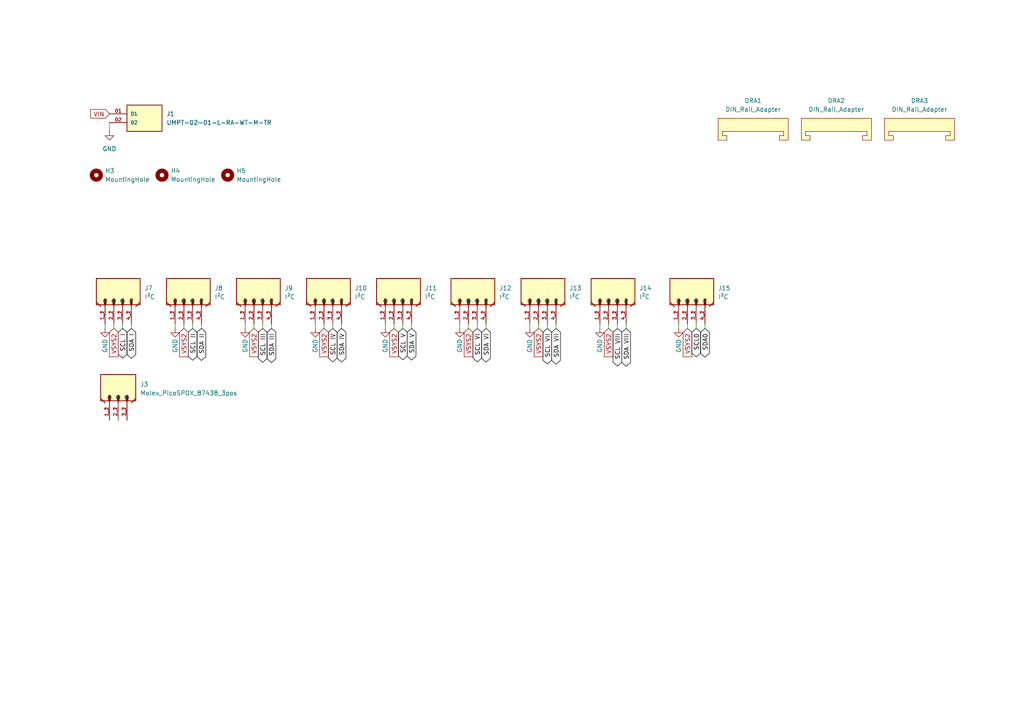
<source format=kicad_sch>
(kicad_sch
	(version 20231120)
	(generator "eeschema")
	(generator_version "8.0")
	(uuid "359a1347-b469-47a4-9fa4-6d64dca2c344")
	(paper "A4")
	(lib_symbols
		(symbol "Mechanical:DIN_Rail_Adapter"
			(exclude_from_sim yes)
			(in_bom yes)
			(on_board yes)
			(property "Reference" "DRA"
				(at 0 6.35 0)
				(effects
					(font
						(size 1.27 1.27)
					)
				)
			)
			(property "Value" "DIN_Rail_Adapter"
				(at 0 3.81 0)
				(effects
					(font
						(size 1.27 1.27)
					)
				)
			)
			(property "Footprint" ""
				(at 0 -5.08 0)
				(effects
					(font
						(size 1.27 1.27)
					)
					(hide yes)
				)
			)
			(property "Datasheet" "~"
				(at 0 3.81 0)
				(effects
					(font
						(size 1.27 1.27)
					)
					(hide yes)
				)
			)
			(property "Description" "DIN Rail adapter universal, mounting holes without connection"
				(at 0 0 0)
				(effects
					(font
						(size 1.27 1.27)
					)
					(hide yes)
				)
			)
			(property "ki_keywords" "Mounting holes, DIN rail adapter"
				(at 0 0 0)
				(effects
					(font
						(size 1.27 1.27)
					)
					(hide yes)
				)
			)
			(property "ki_fp_filters" "DINRailAdapter?3xM3* DINRailAdapter?2xM3*"
				(at 0 0 0)
				(effects
					(font
						(size 1.27 1.27)
					)
					(hide yes)
				)
			)
			(symbol "DIN_Rail_Adapter_0_1"
				(polyline
					(pts
						(xy 10.16 2.54) (xy -10.16 2.54) (xy -10.16 -3.81) (xy -7.62 -3.81) (xy -7.62 -2.54) (xy -8.89 -2.54)
						(xy -8.89 -1.27) (xy 8.89 -1.27) (xy 8.89 -2.54) (xy 7.62 -2.54) (xy 7.62 -3.81) (xy 10.16 -3.81)
						(xy 10.16 2.54) (xy -10.16 2.54)
					)
					(stroke
						(width 0)
						(type default)
					)
					(fill
						(type background)
					)
				)
			)
		)
		(symbol "Mechanical:MountingHole"
			(pin_names
				(offset 1.016)
			)
			(exclude_from_sim yes)
			(in_bom no)
			(on_board yes)
			(property "Reference" "H"
				(at 0 5.08 0)
				(effects
					(font
						(size 1.27 1.27)
					)
				)
			)
			(property "Value" "MountingHole"
				(at 0 3.175 0)
				(effects
					(font
						(size 1.27 1.27)
					)
				)
			)
			(property "Footprint" ""
				(at 0 0 0)
				(effects
					(font
						(size 1.27 1.27)
					)
					(hide yes)
				)
			)
			(property "Datasheet" "~"
				(at 0 0 0)
				(effects
					(font
						(size 1.27 1.27)
					)
					(hide yes)
				)
			)
			(property "Description" "Mounting Hole without connection"
				(at 0 0 0)
				(effects
					(font
						(size 1.27 1.27)
					)
					(hide yes)
				)
			)
			(property "ki_keywords" "mounting hole"
				(at 0 0 0)
				(effects
					(font
						(size 1.27 1.27)
					)
					(hide yes)
				)
			)
			(property "ki_fp_filters" "MountingHole*"
				(at 0 0 0)
				(effects
					(font
						(size 1.27 1.27)
					)
					(hide yes)
				)
			)
			(symbol "MountingHole_0_1"
				(circle
					(center 0 0)
					(radius 1.27)
					(stroke
						(width 1.27)
						(type default)
					)
					(fill
						(type none)
					)
				)
			)
		)
		(symbol "connectors_Molex:Molex_PicoSPOX_87438_3pos"
			(pin_names
				(offset 1.016)
			)
			(exclude_from_sim no)
			(in_bom yes)
			(on_board yes)
			(property "Reference" "J"
				(at 0 6.35 0)
				(effects
					(font
						(size 1.27 1.27)
					)
					(justify left bottom)
				)
			)
			(property "Value" "Molex_PicoSPOX_87438_3pos"
				(at 0 -7.62 0)
				(effects
					(font
						(size 1.27 1.27)
					)
					(justify left bottom)
				)
			)
			(property "Footprint" "874380343:MOLEX_874380343"
				(at 0 0 0)
				(effects
					(font
						(size 1.27 1.27)
					)
					(justify bottom)
					(hide yes)
				)
			)
			(property "Datasheet" ""
				(at 0 0 0)
				(effects
					(font
						(size 1.27 1.27)
					)
					(hide yes)
				)
			)
			(property "Description" ""
				(at 0 0 0)
				(effects
					(font
						(size 1.27 1.27)
					)
					(hide yes)
				)
			)
			(property "DigiKey_Part_Number" "WM7647TR-ND"
				(at 0 0 0)
				(effects
					(font
						(size 1.27 1.27)
					)
					(justify bottom)
					(hide yes)
				)
			)
			(property "MF" "Molex"
				(at 0 0 0)
				(effects
					(font
						(size 1.27 1.27)
					)
					(justify bottom)
					(hide yes)
				)
			)
			(property "MAXIMUM_PACKAGE_HEIGHT" "4.45 mm"
				(at 0 0 0)
				(effects
					(font
						(size 1.27 1.27)
					)
					(justify bottom)
					(hide yes)
				)
			)
			(property "Package" "None"
				(at 0 0 0)
				(effects
					(font
						(size 1.27 1.27)
					)
					(justify bottom)
					(hide yes)
				)
			)
			(property "Check_prices" "https://www.snapeda.com/parts/87438-0343/Molex/view-part/?ref=eda"
				(at 0 0 0)
				(effects
					(font
						(size 1.27 1.27)
					)
					(justify bottom)
					(hide yes)
				)
			)
			(property "STANDARD" "Manufacturer Recommendations"
				(at 0 0 0)
				(effects
					(font
						(size 1.27 1.27)
					)
					(justify bottom)
					(hide yes)
				)
			)
			(property "PARTREV" "A"
				(at 0 0 0)
				(effects
					(font
						(size 1.27 1.27)
					)
					(justify bottom)
					(hide yes)
				)
			)
			(property "SnapEDA_Link" "https://www.snapeda.com/parts/87438-0343/Molex/view-part/?ref=snap"
				(at 0 0 0)
				(effects
					(font
						(size 1.27 1.27)
					)
					(justify bottom)
					(hide yes)
				)
			)
			(property "MP" "87438-0343"
				(at 0 0 0)
				(effects
					(font
						(size 1.27 1.27)
					)
					(justify bottom)
					(hide yes)
				)
			)
			(property "Purchase-URL" "https://www.snapeda.com/api/url_track_click_mouser/?unipart_id=47807&manufacturer=Molex&part_name=87438-0343&search_term=874380343"
				(at 0 0 0)
				(effects
					(font
						(size 1.27 1.27)
					)
					(justify bottom)
					(hide yes)
				)
			)
			(property "Description_1" "\nHeader 1.50mm Pico-SPOX WTB, SMT, RA,3w | Molex Incorporated 87438-0343\n"
				(at 0 0 0)
				(effects
					(font
						(size 1.27 1.27)
					)
					(justify bottom)
					(hide yes)
				)
			)
			(property "MANUFACTURER" "Molex"
				(at 0 0 0)
				(effects
					(font
						(size 1.27 1.27)
					)
					(justify bottom)
					(hide yes)
				)
			)
			(symbol "Molex_PicoSPOX_87438_3pos_0_0"
				(polyline
					(pts
						(xy 0 -3.81) (xy 1.27 -5.08)
					)
					(stroke
						(width 0.254)
						(type default)
					)
					(fill
						(type none)
					)
				)
				(polyline
					(pts
						(xy 0 -2.54) (xy 1.905 -2.54)
					)
					(stroke
						(width 0.254)
						(type default)
					)
					(fill
						(type none)
					)
				)
				(polyline
					(pts
						(xy 0 0) (xy 1.905 0)
					)
					(stroke
						(width 0.254)
						(type default)
					)
					(fill
						(type none)
					)
				)
				(polyline
					(pts
						(xy 0 2.54) (xy 1.905 2.54)
					)
					(stroke
						(width 0.254)
						(type default)
					)
					(fill
						(type none)
					)
				)
				(polyline
					(pts
						(xy 1.27 5.08) (xy 0 3.81)
					)
					(stroke
						(width 0.254)
						(type default)
					)
					(fill
						(type none)
					)
				)
				(rectangle
					(start 0.5821 -5.08)
					(end 8.2021 5.08)
					(stroke
						(width 0.254)
						(type default)
					)
					(fill
						(type background)
					)
				)
				(rectangle
					(start 0.635 -2.8575)
					(end 2.2225 -2.2225)
					(stroke
						(width 0.1)
						(type default)
					)
					(fill
						(type outline)
					)
				)
				(rectangle
					(start 0.635 -0.3175)
					(end 2.2225 0.3175)
					(stroke
						(width 0.1)
						(type default)
					)
					(fill
						(type outline)
					)
				)
				(rectangle
					(start 0.635 2.2225)
					(end 2.2225 2.8575)
					(stroke
						(width 0.1)
						(type default)
					)
					(fill
						(type outline)
					)
				)
				(pin passive line
					(at -5.08 2.54 0)
					(length 5.08)
					(name "1"
						(effects
							(font
								(size 1.016 1.016)
							)
						)
					)
					(number "1_1"
						(effects
							(font
								(size 1.016 1.016)
							)
						)
					)
				)
				(pin passive line
					(at -5.08 2.54 0)
					(length 5.08)
					(name "1"
						(effects
							(font
								(size 1.016 1.016)
							)
						)
					)
					(number "1_2"
						(effects
							(font
								(size 1.016 1.016)
							)
						)
					)
				)
				(pin passive line
					(at -5.08 0 0)
					(length 5.08)
					(name "2"
						(effects
							(font
								(size 1.016 1.016)
							)
						)
					)
					(number "2_1"
						(effects
							(font
								(size 1.016 1.016)
							)
						)
					)
				)
				(pin passive line
					(at -5.08 0 0)
					(length 5.08)
					(name "2"
						(effects
							(font
								(size 1.016 1.016)
							)
						)
					)
					(number "2_2"
						(effects
							(font
								(size 1.016 1.016)
							)
						)
					)
				)
				(pin passive line
					(at -5.08 -2.54 0)
					(length 5.08)
					(name "3"
						(effects
							(font
								(size 1.016 1.016)
							)
						)
					)
					(number "3_1"
						(effects
							(font
								(size 1.016 1.016)
							)
						)
					)
				)
				(pin passive line
					(at -5.08 -2.54 0)
					(length 5.08)
					(name "3"
						(effects
							(font
								(size 1.016 1.016)
							)
						)
					)
					(number "3_2"
						(effects
							(font
								(size 1.016 1.016)
							)
						)
					)
				)
			)
		)
		(symbol "connectors_Molex:Molex_PicoSPOX_87438_4pos"
			(pin_names
				(offset 1.016)
			)
			(exclude_from_sim no)
			(in_bom yes)
			(on_board yes)
			(property "Reference" "J"
				(at 0 6.35 0)
				(effects
					(font
						(size 1.27 1.27)
					)
					(justify left bottom)
				)
			)
			(property "Value" "Molex_PicoSPOX_87438_4pos"
				(at 0 -10.16 0)
				(effects
					(font
						(size 1.27 1.27)
					)
					(justify left bottom)
				)
			)
			(property "Footprint" "874380443:MOLEX_874380443"
				(at 0 0 0)
				(effects
					(font
						(size 1.27 1.27)
					)
					(justify bottom)
					(hide yes)
				)
			)
			(property "Datasheet" ""
				(at 0 0 0)
				(effects
					(font
						(size 1.27 1.27)
					)
					(hide yes)
				)
			)
			(property "Description" ""
				(at 0 0 0)
				(effects
					(font
						(size 1.27 1.27)
					)
					(hide yes)
				)
			)
			(property "DigiKey_Part_Number" "WM7648TR-ND"
				(at 0 0 0)
				(effects
					(font
						(size 1.27 1.27)
					)
					(justify bottom)
					(hide yes)
				)
			)
			(property "MF" "Molex"
				(at 0 0 0)
				(effects
					(font
						(size 1.27 1.27)
					)
					(justify bottom)
					(hide yes)
				)
			)
			(property "MAXIMUM_PACKAGE_HEIGHT" "4.45 mm"
				(at 0 0 0)
				(effects
					(font
						(size 1.27 1.27)
					)
					(justify bottom)
					(hide yes)
				)
			)
			(property "Package" "None"
				(at 0 0 0)
				(effects
					(font
						(size 1.27 1.27)
					)
					(justify bottom)
					(hide yes)
				)
			)
			(property "Check_prices" "https://www.snapeda.com/parts/87438-0443/Molex/view-part/?ref=eda"
				(at 0 0 0)
				(effects
					(font
						(size 1.27 1.27)
					)
					(justify bottom)
					(hide yes)
				)
			)
			(property "STANDARD" "Manufacturer Recommendations"
				(at 0 0 0)
				(effects
					(font
						(size 1.27 1.27)
					)
					(justify bottom)
					(hide yes)
				)
			)
			(property "PARTREV" "C"
				(at 0 0 0)
				(effects
					(font
						(size 1.27 1.27)
					)
					(justify bottom)
					(hide yes)
				)
			)
			(property "SnapEDA_Link" "https://www.snapeda.com/parts/87438-0443/Molex/view-part/?ref=snap"
				(at 0 0 0)
				(effects
					(font
						(size 1.27 1.27)
					)
					(justify bottom)
					(hide yes)
				)
			)
			(property "MP" "87438-0443"
				(at 0 0 0)
				(effects
					(font
						(size 1.27 1.27)
					)
					(justify bottom)
					(hide yes)
				)
			)
			(property "Purchase-URL" "https://www.snapeda.com/api/url_track_click_mouser/?unipart_id=699112&manufacturer=Molex&part_name=87438-0443&search_term=874380443"
				(at 0 0 0)
				(effects
					(font
						(size 1.27 1.27)
					)
					(justify bottom)
					(hide yes)
				)
			)
			(property "Description_1" "\nHeader 1.50mm Pico-SPOX WTB, SMT, RA,4w | Molex Incorporated 87438-0443\n"
				(at 0 0 0)
				(effects
					(font
						(size 1.27 1.27)
					)
					(justify bottom)
					(hide yes)
				)
			)
			(property "MANUFACTURER" "Molex"
				(at 0 0 0)
				(effects
					(font
						(size 1.27 1.27)
					)
					(justify bottom)
					(hide yes)
				)
			)
			(symbol "Molex_PicoSPOX_87438_4pos_0_0"
				(polyline
					(pts
						(xy 0 -6.35) (xy 1.27 -7.62)
					)
					(stroke
						(width 0.254)
						(type default)
					)
					(fill
						(type none)
					)
				)
				(polyline
					(pts
						(xy 0 -5.08) (xy 1.905 -5.08)
					)
					(stroke
						(width 0.254)
						(type default)
					)
					(fill
						(type none)
					)
				)
				(polyline
					(pts
						(xy 0 -2.54) (xy 1.905 -2.54)
					)
					(stroke
						(width 0.254)
						(type default)
					)
					(fill
						(type none)
					)
				)
				(polyline
					(pts
						(xy 0 0) (xy 1.905 0)
					)
					(stroke
						(width 0.254)
						(type default)
					)
					(fill
						(type none)
					)
				)
				(polyline
					(pts
						(xy 0 2.54) (xy 1.905 2.54)
					)
					(stroke
						(width 0.254)
						(type default)
					)
					(fill
						(type none)
					)
				)
				(polyline
					(pts
						(xy 1.27 5.08) (xy 0 3.81)
					)
					(stroke
						(width 0.254)
						(type default)
					)
					(fill
						(type none)
					)
				)
				(rectangle
					(start 0.4989 -7.62)
					(end 8.1189 5.08)
					(stroke
						(width 0.254)
						(type default)
					)
					(fill
						(type background)
					)
				)
				(rectangle
					(start 0.635 -5.3975)
					(end 2.2225 -4.7625)
					(stroke
						(width 0.1)
						(type default)
					)
					(fill
						(type outline)
					)
				)
				(rectangle
					(start 0.635 -2.8575)
					(end 2.2225 -2.2225)
					(stroke
						(width 0.1)
						(type default)
					)
					(fill
						(type outline)
					)
				)
				(rectangle
					(start 0.635 -0.3175)
					(end 2.2225 0.3175)
					(stroke
						(width 0.1)
						(type default)
					)
					(fill
						(type outline)
					)
				)
				(rectangle
					(start 0.635 2.2225)
					(end 2.2225 2.8575)
					(stroke
						(width 0.1)
						(type default)
					)
					(fill
						(type outline)
					)
				)
				(pin passive line
					(at -5.08 2.54 0)
					(length 5.08)
					(name "1"
						(effects
							(font
								(size 1.016 1.016)
							)
						)
					)
					(number "1_1"
						(effects
							(font
								(size 1.016 1.016)
							)
						)
					)
				)
				(pin passive line
					(at -5.08 2.54 0)
					(length 5.08)
					(name "1"
						(effects
							(font
								(size 1.016 1.016)
							)
						)
					)
					(number "1_2"
						(effects
							(font
								(size 1.016 1.016)
							)
						)
					)
				)
				(pin passive line
					(at -5.08 0 0)
					(length 5.08)
					(name "2"
						(effects
							(font
								(size 1.016 1.016)
							)
						)
					)
					(number "2_1"
						(effects
							(font
								(size 1.016 1.016)
							)
						)
					)
				)
				(pin passive line
					(at -5.08 0 0)
					(length 5.08)
					(name "2"
						(effects
							(font
								(size 1.016 1.016)
							)
						)
					)
					(number "2_2"
						(effects
							(font
								(size 1.016 1.016)
							)
						)
					)
				)
				(pin passive line
					(at -5.08 -2.54 0)
					(length 5.08)
					(name "3"
						(effects
							(font
								(size 1.016 1.016)
							)
						)
					)
					(number "3_1"
						(effects
							(font
								(size 1.016 1.016)
							)
						)
					)
				)
				(pin passive line
					(at -5.08 -2.54 0)
					(length 5.08)
					(name "3"
						(effects
							(font
								(size 1.016 1.016)
							)
						)
					)
					(number "3_2"
						(effects
							(font
								(size 1.016 1.016)
							)
						)
					)
				)
				(pin passive line
					(at -5.08 -5.08 0)
					(length 5.08)
					(name "4"
						(effects
							(font
								(size 1.016 1.016)
							)
						)
					)
					(number "4_1"
						(effects
							(font
								(size 1.016 1.016)
							)
						)
					)
				)
				(pin passive line
					(at -5.08 -5.08 0)
					(length 5.08)
					(name "4"
						(effects
							(font
								(size 1.016 1.016)
							)
						)
					)
					(number "4_2"
						(effects
							(font
								(size 1.016 1.016)
							)
						)
					)
				)
			)
		)
		(symbol "connectors_Samtec:UMPT-02-01-L-RA-WT-M-TR"
			(pin_names
				(offset 1.016)
			)
			(exclude_from_sim no)
			(in_bom yes)
			(on_board yes)
			(property "Reference" "J"
				(at -5.08 4.572 0)
				(effects
					(font
						(size 1.27 1.27)
					)
					(justify left bottom)
				)
			)
			(property "Value" "UMPT-02-01-L-RA-WT-M-TR"
				(at -5.08 -6.35 0)
				(effects
					(font
						(size 1.27 1.27)
					)
					(justify left bottom)
				)
			)
			(property "Footprint" "UMPT-02-01-L-RA-WT-M-TR:SAMTEC_UMPT-02-01-L-RA-WT-M-TR"
				(at 0 1.27 0)
				(effects
					(font
						(size 1.27 1.27)
					)
					(justify bottom)
					(hide yes)
				)
			)
			(property "Datasheet" ""
				(at 0 1.27 0)
				(effects
					(font
						(size 1.27 1.27)
					)
					(hide yes)
				)
			)
			(property "Description" ""
				(at 0 1.27 0)
				(effects
					(font
						(size 1.27 1.27)
					)
					(hide yes)
				)
			)
			(property "PARTREV" "B"
				(at 0 1.27 0)
				(effects
					(font
						(size 1.27 1.27)
					)
					(justify bottom)
					(hide yes)
				)
			)
			(property "STANDARD" "Manufacturer Recommendations"
				(at 0 1.27 0)
				(effects
					(font
						(size 1.27 1.27)
					)
					(justify bottom)
					(hide yes)
				)
			)
			(property "MAXIMUM_PACKAGE_HEIGHT" "9.7 mm"
				(at 0 1.27 0)
				(effects
					(font
						(size 1.27 1.27)
					)
					(justify bottom)
					(hide yes)
				)
			)
			(property "MANUFACTURER" "Samtec"
				(at 0 1.27 0)
				(effects
					(font
						(size 1.27 1.27)
					)
					(justify bottom)
					(hide yes)
				)
			)
			(symbol "UMPT-02-01-L-RA-WT-M-TR_0_0"
				(rectangle
					(start -5.08 3.81)
					(end 5.08 -3.81)
					(stroke
						(width 0.254)
						(type default)
					)
					(fill
						(type background)
					)
				)
				(pin passive line
					(at -10.16 1.27 0)
					(length 5.08)
					(name "01"
						(effects
							(font
								(size 1.016 1.016)
							)
						)
					)
					(number "01"
						(effects
							(font
								(size 1.016 1.016)
							)
						)
					)
				)
				(pin passive line
					(at -10.16 -1.27 0)
					(length 5.08)
					(name "02"
						(effects
							(font
								(size 1.016 1.016)
							)
						)
					)
					(number "02"
						(effects
							(font
								(size 1.016 1.016)
							)
						)
					)
				)
			)
		)
		(symbol "power:GND"
			(power)
			(pin_numbers hide)
			(pin_names
				(offset 0) hide)
			(exclude_from_sim no)
			(in_bom yes)
			(on_board yes)
			(property "Reference" "#PWR"
				(at 0 -6.35 0)
				(effects
					(font
						(size 1.27 1.27)
					)
					(hide yes)
				)
			)
			(property "Value" "GND"
				(at 0 -3.81 0)
				(effects
					(font
						(size 1.27 1.27)
					)
				)
			)
			(property "Footprint" ""
				(at 0 0 0)
				(effects
					(font
						(size 1.27 1.27)
					)
					(hide yes)
				)
			)
			(property "Datasheet" ""
				(at 0 0 0)
				(effects
					(font
						(size 1.27 1.27)
					)
					(hide yes)
				)
			)
			(property "Description" "Power symbol creates a global label with name \"GND\" , ground"
				(at 0 0 0)
				(effects
					(font
						(size 1.27 1.27)
					)
					(hide yes)
				)
			)
			(property "ki_keywords" "global power"
				(at 0 0 0)
				(effects
					(font
						(size 1.27 1.27)
					)
					(hide yes)
				)
			)
			(symbol "GND_0_1"
				(polyline
					(pts
						(xy 0 0) (xy 0 -1.27) (xy 1.27 -1.27) (xy 0 -2.54) (xy -1.27 -1.27) (xy 0 -1.27)
					)
					(stroke
						(width 0)
						(type default)
					)
					(fill
						(type none)
					)
				)
			)
			(symbol "GND_1_1"
				(pin power_in line
					(at 0 0 270)
					(length 0)
					(name "~"
						(effects
							(font
								(size 1.27 1.27)
							)
						)
					)
					(number "1"
						(effects
							(font
								(size 1.27 1.27)
							)
						)
					)
				)
			)
		)
	)
	(wire
		(pts
			(xy 153.67 93.98) (xy 153.67 95.25)
		)
		(stroke
			(width 0)
			(type default)
		)
		(uuid "05c9363d-cb06-41c0-8eb8-356864df2256")
	)
	(wire
		(pts
			(xy 50.8 93.98) (xy 50.8 95.25)
		)
		(stroke
			(width 0)
			(type default)
		)
		(uuid "069cc60a-965d-49e7-a45f-a4ba77bea30a")
	)
	(wire
		(pts
			(xy 33.02 95.25) (xy 33.02 93.98)
		)
		(stroke
			(width 0)
			(type default)
		)
		(uuid "10248384-0464-44b0-a832-b085776fb94d")
	)
	(wire
		(pts
			(xy 114.3 95.25) (xy 114.3 93.98)
		)
		(stroke
			(width 0)
			(type default)
		)
		(uuid "15f744b4-4bf5-422b-9cc4-cb5e113cf1fa")
	)
	(wire
		(pts
			(xy 119.38 93.98) (xy 119.38 95.25)
		)
		(stroke
			(width 0)
			(type default)
		)
		(uuid "26951f1b-c0df-42bf-b89f-c29f50326daf")
	)
	(wire
		(pts
			(xy 111.76 93.98) (xy 111.76 95.25)
		)
		(stroke
			(width 0)
			(type default)
		)
		(uuid "3002138b-f448-4bc5-96e9-39dc35acb4c4")
	)
	(wire
		(pts
			(xy 204.47 93.98) (xy 204.47 95.25)
		)
		(stroke
			(width 0)
			(type default)
		)
		(uuid "37b6200f-2020-4419-bf19-0c9dc7268331")
	)
	(wire
		(pts
			(xy 158.75 93.98) (xy 158.75 95.25)
		)
		(stroke
			(width 0)
			(type default)
		)
		(uuid "456c4081-aaf4-4675-93d2-98e28de2d599")
	)
	(wire
		(pts
			(xy 73.66 95.25) (xy 73.66 93.98)
		)
		(stroke
			(width 0)
			(type default)
		)
		(uuid "49dea357-a40b-49b1-af48-17a0568d76fc")
	)
	(wire
		(pts
			(xy 53.34 95.25) (xy 53.34 93.98)
		)
		(stroke
			(width 0)
			(type default)
		)
		(uuid "534b9062-2edf-4d65-ad3e-2950961c4c70")
	)
	(wire
		(pts
			(xy 135.89 95.25) (xy 135.89 93.98)
		)
		(stroke
			(width 0)
			(type default)
		)
		(uuid "54c6c1cb-de76-4356-8258-caa0c7fb96cf")
	)
	(wire
		(pts
			(xy 161.29 93.98) (xy 161.29 95.25)
		)
		(stroke
			(width 0)
			(type default)
		)
		(uuid "5e10ad53-c941-4f89-96aa-e40bcc3b1340")
	)
	(wire
		(pts
			(xy 201.93 93.98) (xy 201.93 95.25)
		)
		(stroke
			(width 0)
			(type default)
		)
		(uuid "6c4060f7-c295-4a2d-9f96-dc2795d00c01")
	)
	(wire
		(pts
			(xy 71.12 93.98) (xy 71.12 95.25)
		)
		(stroke
			(width 0)
			(type default)
		)
		(uuid "718b25d6-d9a5-48f8-8932-e3bc588d9360")
	)
	(wire
		(pts
			(xy 176.53 95.25) (xy 176.53 93.98)
		)
		(stroke
			(width 0)
			(type default)
		)
		(uuid "7adcce62-8c09-42ca-b884-2a806ba7d19a")
	)
	(wire
		(pts
			(xy 93.98 95.25) (xy 93.98 93.98)
		)
		(stroke
			(width 0)
			(type default)
		)
		(uuid "7c285ed9-77be-468e-8de1-eed4621feac7")
	)
	(wire
		(pts
			(xy 199.39 95.25) (xy 199.39 93.98)
		)
		(stroke
			(width 0)
			(type default)
		)
		(uuid "7ee8091e-6d78-48cc-a9ef-d7214e2d8e8f")
	)
	(wire
		(pts
			(xy 78.74 93.98) (xy 78.74 95.25)
		)
		(stroke
			(width 0)
			(type default)
		)
		(uuid "7fee0345-fd19-439b-9f75-095972212bbe")
	)
	(wire
		(pts
			(xy 156.21 95.25) (xy 156.21 93.98)
		)
		(stroke
			(width 0)
			(type default)
		)
		(uuid "92ec2c21-f0d8-46bc-afe8-a9e0a9584337")
	)
	(wire
		(pts
			(xy 99.06 93.98) (xy 99.06 95.25)
		)
		(stroke
			(width 0)
			(type default)
		)
		(uuid "970acb66-2802-48ea-a310-45fa51f72793")
	)
	(wire
		(pts
			(xy 35.56 93.98) (xy 35.56 95.25)
		)
		(stroke
			(width 0)
			(type default)
		)
		(uuid "98108965-e315-465b-aa0b-705e70ab043d")
	)
	(wire
		(pts
			(xy 133.35 93.98) (xy 133.35 95.25)
		)
		(stroke
			(width 0)
			(type default)
		)
		(uuid "9a79df20-ab8a-4ad3-ba9d-5b50b7c23d26")
	)
	(wire
		(pts
			(xy 38.1 93.98) (xy 38.1 95.25)
		)
		(stroke
			(width 0)
			(type default)
		)
		(uuid "9c476ba0-13ee-4d5d-8f54-bbae6ae3d95f")
	)
	(wire
		(pts
			(xy 196.85 95.25) (xy 196.85 93.98)
		)
		(stroke
			(width 0)
			(type default)
		)
		(uuid "9d5ed24d-8d4a-407e-9876-52b5b134982d")
	)
	(wire
		(pts
			(xy 30.48 93.98) (xy 30.48 95.25)
		)
		(stroke
			(width 0)
			(type default)
		)
		(uuid "a00fe8f2-f553-4c76-b6ba-2f66933958b6")
	)
	(wire
		(pts
			(xy 181.61 93.98) (xy 181.61 95.25)
		)
		(stroke
			(width 0)
			(type default)
		)
		(uuid "a4bb50d7-1bad-40d4-ad53-055d968eb4d5")
	)
	(wire
		(pts
			(xy 55.88 93.98) (xy 55.88 95.25)
		)
		(stroke
			(width 0)
			(type default)
		)
		(uuid "a83717ae-b36f-4377-a1ba-0458683cdc6a")
	)
	(wire
		(pts
			(xy 96.52 93.98) (xy 96.52 95.25)
		)
		(stroke
			(width 0)
			(type default)
		)
		(uuid "b2b58d07-423f-4a7e-8d9a-1fad450be06b")
	)
	(wire
		(pts
			(xy 91.44 93.98) (xy 91.44 95.25)
		)
		(stroke
			(width 0)
			(type default)
		)
		(uuid "be4f413a-5c25-435f-8f59-fb120667746c")
	)
	(wire
		(pts
			(xy 58.42 93.98) (xy 58.42 95.25)
		)
		(stroke
			(width 0)
			(type default)
		)
		(uuid "d7ee350d-1b5f-4bce-9b24-c629a85e2fca")
	)
	(wire
		(pts
			(xy 31.75 35.56) (xy 31.75 38.1)
		)
		(stroke
			(width 0)
			(type default)
		)
		(uuid "d9475203-f3ef-4207-bf68-2865f14cbbbd")
	)
	(wire
		(pts
			(xy 76.2 93.98) (xy 76.2 95.25)
		)
		(stroke
			(width 0)
			(type default)
		)
		(uuid "d9a90873-4e83-4d21-bc38-fc282a6187ff")
	)
	(wire
		(pts
			(xy 173.99 95.25) (xy 173.99 93.98)
		)
		(stroke
			(width 0)
			(type default)
		)
		(uuid "e269338b-d761-4148-beed-2efa589af2ee")
	)
	(wire
		(pts
			(xy 140.97 93.98) (xy 140.97 95.25)
		)
		(stroke
			(width 0)
			(type default)
		)
		(uuid "e8e76af1-91c9-4ad8-a086-b22605e05018")
	)
	(wire
		(pts
			(xy 179.07 93.98) (xy 179.07 95.25)
		)
		(stroke
			(width 0)
			(type default)
		)
		(uuid "f59bcff7-5836-41f7-b3e7-1ec467083b59")
	)
	(wire
		(pts
			(xy 116.84 93.98) (xy 116.84 95.25)
		)
		(stroke
			(width 0)
			(type default)
		)
		(uuid "f6c90c3f-849c-41e3-bcc7-78d8cdf61d37")
	)
	(wire
		(pts
			(xy 138.43 93.98) (xy 138.43 95.25)
		)
		(stroke
			(width 0)
			(type default)
		)
		(uuid "fda01386-afbf-4593-9c4a-a46973d80fef")
	)
	(global_label "VSYS2"
		(shape input)
		(at 93.98 95.25 270)
		(fields_autoplaced yes)
		(effects
			(font
				(size 1.27 1.27)
			)
			(justify right)
		)
		(uuid "0325dd86-964c-4850-9ed0-0fe1d614fb44")
		(property "Intersheetrefs" "${INTERSHEET_REFS}"
			(at 93.98 104.0409 90)
			(effects
				(font
					(size 1.27 1.27)
				)
				(justify right)
				(hide yes)
			)
		)
	)
	(global_label "VSYS2"
		(shape input)
		(at 156.21 95.25 270)
		(fields_autoplaced yes)
		(effects
			(font
				(size 1.27 1.27)
			)
			(justify right)
		)
		(uuid "042fd811-fad5-485c-897c-c152f1db03b0")
		(property "Intersheetrefs" "${INTERSHEET_REFS}"
			(at 156.21 104.0409 90)
			(effects
				(font
					(size 1.27 1.27)
				)
				(justify right)
				(hide yes)
			)
		)
	)
	(global_label "SCL V"
		(shape bidirectional)
		(at 116.84 95.25 270)
		(fields_autoplaced yes)
		(effects
			(font
				(size 1.27 1.27)
				(color 0 0 0 1)
			)
			(justify right)
		)
		(uuid "17f05a51-be00-466d-8528-36d484850095")
		(property "Intersheetrefs" "${INTERSHEET_REFS}"
			(at 116.84 104.9103 90)
			(effects
				(font
					(size 1.27 1.27)
				)
				(justify right)
				(hide yes)
			)
		)
	)
	(global_label "SCL I"
		(shape bidirectional)
		(at 35.56 95.25 270)
		(fields_autoplaced yes)
		(effects
			(font
				(size 1.27 1.27)
				(color 0 0 0 1)
			)
			(justify right)
		)
		(uuid "1877fa17-c184-4555-8f94-10d199e30f67")
		(property "Intersheetrefs" "${INTERSHEET_REFS}"
			(at 35.56 104.4265 90)
			(effects
				(font
					(size 1.27 1.27)
				)
				(justify right)
				(hide yes)
			)
		)
	)
	(global_label "VSYS2"
		(shape input)
		(at 176.53 95.25 270)
		(fields_autoplaced yes)
		(effects
			(font
				(size 1.27 1.27)
			)
			(justify right)
		)
		(uuid "189657c9-c6fe-467b-8d07-7c6956cd9acd")
		(property "Intersheetrefs" "${INTERSHEET_REFS}"
			(at 176.53 104.0409 90)
			(effects
				(font
					(size 1.27 1.27)
				)
				(justify right)
				(hide yes)
			)
		)
	)
	(global_label "SCL VI"
		(shape bidirectional)
		(at 138.43 95.25 270)
		(fields_autoplaced yes)
		(effects
			(font
				(size 1.27 1.27)
				(color 0 0 0 1)
			)
			(justify right)
		)
		(uuid "1c901588-0ea2-408a-8ef8-c4903d50b23a")
		(property "Intersheetrefs" "${INTERSHEET_REFS}"
			(at 138.43 105.5151 90)
			(effects
				(font
					(size 1.27 1.27)
				)
				(justify right)
				(hide yes)
			)
		)
	)
	(global_label "VIN"
		(shape input)
		(at 31.75 33.02 180)
		(fields_autoplaced yes)
		(effects
			(font
				(size 1.27 1.27)
			)
			(justify right)
		)
		(uuid "28d38e55-0269-476b-a469-3532435e8b15")
		(property "Intersheetrefs" "${INTERSHEET_REFS}"
			(at 25.7409 33.02 0)
			(effects
				(font
					(size 1.27 1.27)
				)
				(justify right)
				(hide yes)
			)
		)
	)
	(global_label "VSYS2"
		(shape input)
		(at 199.39 95.25 270)
		(fields_autoplaced yes)
		(effects
			(font
				(size 1.27 1.27)
			)
			(justify right)
		)
		(uuid "3dc7dd42-2747-4de1-8ae8-0617240dfea1")
		(property "Intersheetrefs" "${INTERSHEET_REFS}"
			(at 199.39 104.0409 90)
			(effects
				(font
					(size 1.27 1.27)
				)
				(justify right)
				(hide yes)
			)
		)
	)
	(global_label "SCL IV"
		(shape bidirectional)
		(at 96.52 95.25 270)
		(fields_autoplaced yes)
		(effects
			(font
				(size 1.27 1.27)
				(color 0 0 0 1)
			)
			(justify right)
		)
		(uuid "3fb422fb-8310-48ff-8b82-8d318d5390b0")
		(property "Intersheetrefs" "${INTERSHEET_REFS}"
			(at 96.52 105.5151 90)
			(effects
				(font
					(size 1.27 1.27)
				)
				(justify right)
				(hide yes)
			)
		)
	)
	(global_label "VSYS2"
		(shape input)
		(at 114.3 95.25 270)
		(fields_autoplaced yes)
		(effects
			(font
				(size 1.27 1.27)
			)
			(justify right)
		)
		(uuid "448b8c0c-5457-4e15-b119-842a6b1c417f")
		(property "Intersheetrefs" "${INTERSHEET_REFS}"
			(at 114.3 104.0409 90)
			(effects
				(font
					(size 1.27 1.27)
				)
				(justify right)
				(hide yes)
			)
		)
	)
	(global_label "SDA V"
		(shape bidirectional)
		(at 119.38 95.25 270)
		(fields_autoplaced yes)
		(effects
			(font
				(size 1.27 1.27)
				(color 0 0 0 1)
			)
			(justify right)
		)
		(uuid "663a0e15-75d0-4109-9878-34d4074c77ff")
		(property "Intersheetrefs" "${INTERSHEET_REFS}"
			(at 119.38 104.9708 90)
			(effects
				(font
					(size 1.27 1.27)
				)
				(justify right)
				(hide yes)
			)
		)
	)
	(global_label "SCL II"
		(shape bidirectional)
		(at 55.88 95.25 270)
		(fields_autoplaced yes)
		(effects
			(font
				(size 1.27 1.27)
				(color 0 0 0 1)
			)
			(justify right)
		)
		(uuid "6c7d2f6d-2bcd-4bff-bec0-55ac2f229f92")
		(property "Intersheetrefs" "${INTERSHEET_REFS}"
			(at 55.88 105.0313 90)
			(effects
				(font
					(size 1.27 1.27)
				)
				(justify right)
				(hide yes)
			)
		)
	)
	(global_label "SCL VII"
		(shape bidirectional)
		(at 158.75 95.25 270)
		(fields_autoplaced yes)
		(effects
			(font
				(size 1.27 1.27)
				(color 0 0 0 1)
			)
			(justify right)
		)
		(uuid "6da467b2-782b-4f11-bc3a-b98b7eb6f37f")
		(property "Intersheetrefs" "${INTERSHEET_REFS}"
			(at 158.75 106.1199 90)
			(effects
				(font
					(size 1.27 1.27)
				)
				(justify right)
				(hide yes)
			)
		)
	)
	(global_label "SCL VIII"
		(shape bidirectional)
		(at 179.07 95.25 270)
		(fields_autoplaced yes)
		(effects
			(font
				(size 1.27 1.27)
				(color 0 0 0 1)
			)
			(justify right)
		)
		(uuid "759944e6-6299-4e1f-af0a-78ffa5ed37c0")
		(property "Intersheetrefs" "${INTERSHEET_REFS}"
			(at 179.07 106.7247 90)
			(effects
				(font
					(size 1.27 1.27)
				)
				(justify right)
				(hide yes)
			)
		)
	)
	(global_label "SDA VII"
		(shape bidirectional)
		(at 161.29 95.25 270)
		(fields_autoplaced yes)
		(effects
			(font
				(size 1.27 1.27)
				(color 0 0 0 1)
			)
			(justify right)
		)
		(uuid "7684729a-803e-45b1-8d2e-608082180bc1")
		(property "Intersheetrefs" "${INTERSHEET_REFS}"
			(at 161.29 106.1804 90)
			(effects
				(font
					(size 1.27 1.27)
				)
				(justify right)
				(hide yes)
			)
		)
	)
	(global_label "VSYS2"
		(shape input)
		(at 73.66 95.25 270)
		(fields_autoplaced yes)
		(effects
			(font
				(size 1.27 1.27)
			)
			(justify right)
		)
		(uuid "7a97bcc1-e445-41c8-8708-caa94ce7e134")
		(property "Intersheetrefs" "${INTERSHEET_REFS}"
			(at 73.66 104.0409 90)
			(effects
				(font
					(size 1.27 1.27)
				)
				(justify right)
				(hide yes)
			)
		)
	)
	(global_label "VSYS2"
		(shape input)
		(at 33.02 95.25 270)
		(fields_autoplaced yes)
		(effects
			(font
				(size 1.27 1.27)
			)
			(justify right)
		)
		(uuid "7d4fbb7b-1c8b-42be-b030-c9f3dcf88002")
		(property "Intersheetrefs" "${INTERSHEET_REFS}"
			(at 33.02 104.0409 90)
			(effects
				(font
					(size 1.27 1.27)
				)
				(justify right)
				(hide yes)
			)
		)
	)
	(global_label "SCL0"
		(shape bidirectional)
		(at 201.93 95.25 270)
		(fields_autoplaced yes)
		(effects
			(font
				(size 1.27 1.27)
				(color 0 0 0 1)
			)
			(justify right)
		)
		(uuid "83809f83-25bc-49c0-afae-38790cc809dd")
		(property "Intersheetrefs" "${INTERSHEET_REFS}"
			(at 201.93 104.0636 90)
			(effects
				(font
					(size 1.27 1.27)
				)
				(justify right)
				(hide yes)
			)
		)
	)
	(global_label "SDA0"
		(shape bidirectional)
		(at 204.47 95.25 270)
		(fields_autoplaced yes)
		(effects
			(font
				(size 1.27 1.27)
				(color 0 0 0 1)
			)
			(justify right)
		)
		(uuid "8718a4cd-bc29-488e-899a-17820922dd55")
		(property "Intersheetrefs" "${INTERSHEET_REFS}"
			(at 204.47 104.1241 90)
			(effects
				(font
					(size 1.27 1.27)
				)
				(justify right)
				(hide yes)
			)
		)
	)
	(global_label "SDA VIII"
		(shape bidirectional)
		(at 181.61 95.25 270)
		(fields_autoplaced yes)
		(effects
			(font
				(size 1.27 1.27)
				(color 0 0 0 1)
			)
			(justify right)
		)
		(uuid "8ae7906b-5528-4b86-bfc7-c4aaeb566009")
		(property "Intersheetrefs" "${INTERSHEET_REFS}"
			(at 181.61 106.7852 90)
			(effects
				(font
					(size 1.27 1.27)
				)
				(justify right)
				(hide yes)
			)
		)
	)
	(global_label "SCL III"
		(shape bidirectional)
		(at 76.2 95.25 270)
		(fields_autoplaced yes)
		(effects
			(font
				(size 1.27 1.27)
				(color 0 0 0 1)
			)
			(justify right)
		)
		(uuid "96fd81f3-c835-466c-8dd8-71260cddc9c6")
		(property "Intersheetrefs" "${INTERSHEET_REFS}"
			(at 76.2 105.6361 90)
			(effects
				(font
					(size 1.27 1.27)
				)
				(justify right)
				(hide yes)
			)
		)
	)
	(global_label "SDA III"
		(shape bidirectional)
		(at 78.74 95.25 270)
		(fields_autoplaced yes)
		(effects
			(font
				(size 1.27 1.27)
				(color 0 0 0 1)
			)
			(justify right)
		)
		(uuid "a35c0d78-a696-46bd-8392-bea64e618e42")
		(property "Intersheetrefs" "${INTERSHEET_REFS}"
			(at 78.74 105.6966 90)
			(effects
				(font
					(size 1.27 1.27)
				)
				(justify right)
				(hide yes)
			)
		)
	)
	(global_label "SDA II"
		(shape bidirectional)
		(at 58.42 95.25 270)
		(fields_autoplaced yes)
		(effects
			(font
				(size 1.27 1.27)
				(color 0 0 0 1)
			)
			(justify right)
		)
		(uuid "a913e4de-1959-4900-baf6-688485281996")
		(property "Intersheetrefs" "${INTERSHEET_REFS}"
			(at 58.42 105.0918 90)
			(effects
				(font
					(size 1.27 1.27)
				)
				(justify right)
				(hide yes)
			)
		)
	)
	(global_label "VSYS2"
		(shape input)
		(at 135.89 95.25 270)
		(fields_autoplaced yes)
		(effects
			(font
				(size 1.27 1.27)
			)
			(justify right)
		)
		(uuid "bd656fe5-d6ad-4b63-87dc-457c3e6a58cc")
		(property "Intersheetrefs" "${INTERSHEET_REFS}"
			(at 135.89 104.0409 90)
			(effects
				(font
					(size 1.27 1.27)
				)
				(justify right)
				(hide yes)
			)
		)
	)
	(global_label "SDA VI"
		(shape bidirectional)
		(at 140.97 95.25 270)
		(fields_autoplaced yes)
		(effects
			(font
				(size 1.27 1.27)
				(color 0 0 0 1)
			)
			(justify right)
		)
		(uuid "cfb79263-bfba-4def-aff2-52ee7baedb11")
		(property "Intersheetrefs" "${INTERSHEET_REFS}"
			(at 140.97 105.5756 90)
			(effects
				(font
					(size 1.27 1.27)
				)
				(justify right)
				(hide yes)
			)
		)
	)
	(global_label "SDA IV"
		(shape bidirectional)
		(at 99.06 95.25 270)
		(fields_autoplaced yes)
		(effects
			(font
				(size 1.27 1.27)
				(color 0 0 0 1)
			)
			(justify right)
		)
		(uuid "df6e964a-4b96-4456-8059-c5ff1036daaa")
		(property "Intersheetrefs" "${INTERSHEET_REFS}"
			(at 99.06 105.5756 90)
			(effects
				(font
					(size 1.27 1.27)
				)
				(justify right)
				(hide yes)
			)
		)
	)
	(global_label "SDA I"
		(shape bidirectional)
		(at 38.1 95.25 270)
		(fields_autoplaced yes)
		(effects
			(font
				(size 1.27 1.27)
				(color 0 0 0 1)
			)
			(justify right)
		)
		(uuid "ed0aef64-2bf8-4d77-989b-93e724297427")
		(property "Intersheetrefs" "${INTERSHEET_REFS}"
			(at 38.1 104.487 90)
			(effects
				(font
					(size 1.27 1.27)
				)
				(justify right)
				(hide yes)
			)
		)
	)
	(global_label "VSYS2"
		(shape input)
		(at 53.34 95.25 270)
		(fields_autoplaced yes)
		(effects
			(font
				(size 1.27 1.27)
			)
			(justify right)
		)
		(uuid "ff7693ad-2116-487a-b3a9-d2fcd6d5c3bb")
		(property "Intersheetrefs" "${INTERSHEET_REFS}"
			(at 53.34 104.0409 90)
			(effects
				(font
					(size 1.27 1.27)
				)
				(justify right)
				(hide yes)
			)
		)
	)
	(symbol
		(lib_id "power:GND")
		(at 196.85 95.25 0)
		(unit 1)
		(exclude_from_sim no)
		(in_bom yes)
		(on_board yes)
		(dnp no)
		(uuid "01856120-7f26-4432-aed0-54622d4c5048")
		(property "Reference" "#PWR0505"
			(at 196.85 101.6 0)
			(effects
				(font
					(size 1.27 1.27)
				)
				(hide yes)
			)
		)
		(property "Value" "GND"
			(at 196.85 100.33 90)
			(effects
				(font
					(size 1.27 1.27)
				)
			)
		)
		(property "Footprint" ""
			(at 196.85 95.25 0)
			(effects
				(font
					(size 1.27 1.27)
				)
				(hide yes)
			)
		)
		(property "Datasheet" ""
			(at 196.85 95.25 0)
			(effects
				(font
					(size 1.27 1.27)
				)
				(hide yes)
			)
		)
		(property "Description" "Power symbol creates a global label with name \"GND\" , ground"
			(at 196.85 95.25 0)
			(effects
				(font
					(size 1.27 1.27)
				)
				(hide yes)
			)
		)
		(pin "1"
			(uuid "d26d6a66-80f4-4a46-9624-aa65b66673cd")
		)
		(instances
			(project "phytohab_habcontroller_v.4.1"
				(path "/63d8ebc3-d81d-4869-925f-b28ad884a523/abd455d8-329f-441e-8b46-a9e39d61c815"
					(reference "#PWR0505")
					(unit 1)
				)
			)
		)
	)
	(symbol
		(lib_id "Mechanical:MountingHole")
		(at 46.99 50.8 0)
		(unit 1)
		(exclude_from_sim yes)
		(in_bom no)
		(on_board yes)
		(dnp no)
		(fields_autoplaced yes)
		(uuid "019f389e-e1bd-494b-af92-dc5a7f0f4134")
		(property "Reference" "H4"
			(at 49.53 49.5299 0)
			(effects
				(font
					(size 1.27 1.27)
				)
				(justify left)
			)
		)
		(property "Value" "MountingHole"
			(at 49.53 52.0699 0)
			(effects
				(font
					(size 1.27 1.27)
				)
				(justify left)
			)
		)
		(property "Footprint" "MountingHole:MountingHole_2.7mm_M2.5_DIN965"
			(at 46.99 50.8 0)
			(effects
				(font
					(size 1.27 1.27)
				)
				(hide yes)
			)
		)
		(property "Datasheet" "~"
			(at 46.99 50.8 0)
			(effects
				(font
					(size 1.27 1.27)
				)
				(hide yes)
			)
		)
		(property "Description" "Mounting Hole without connection"
			(at 46.99 50.8 0)
			(effects
				(font
					(size 1.27 1.27)
				)
				(hide yes)
			)
		)
		(instances
			(project "phytohab_habcontroller_v.4.1"
				(path "/63d8ebc3-d81d-4869-925f-b28ad884a523/abd455d8-329f-441e-8b46-a9e39d61c815"
					(reference "H4")
					(unit 1)
				)
			)
		)
	)
	(symbol
		(lib_id "power:GND")
		(at 31.75 38.1 0)
		(unit 1)
		(exclude_from_sim no)
		(in_bom yes)
		(on_board yes)
		(dnp no)
		(fields_autoplaced yes)
		(uuid "0562a379-809c-4600-9d3f-9e4e22293792")
		(property "Reference" "#PWR01"
			(at 31.75 44.45 0)
			(effects
				(font
					(size 1.27 1.27)
				)
				(hide yes)
			)
		)
		(property "Value" "GND"
			(at 31.75 43.18 0)
			(effects
				(font
					(size 1.27 1.27)
				)
			)
		)
		(property "Footprint" ""
			(at 31.75 38.1 0)
			(effects
				(font
					(size 1.27 1.27)
				)
				(hide yes)
			)
		)
		(property "Datasheet" ""
			(at 31.75 38.1 0)
			(effects
				(font
					(size 1.27 1.27)
				)
				(hide yes)
			)
		)
		(property "Description" "Power symbol creates a global label with name \"GND\" , ground"
			(at 31.75 38.1 0)
			(effects
				(font
					(size 1.27 1.27)
				)
				(hide yes)
			)
		)
		(pin "1"
			(uuid "84301ff5-0c13-40f1-819c-107447c59fe2")
		)
		(instances
			(project ""
				(path "/63d8ebc3-d81d-4869-925f-b28ad884a523/abd455d8-329f-441e-8b46-a9e39d61c815"
					(reference "#PWR01")
					(unit 1)
				)
			)
		)
	)
	(symbol
		(lib_id "power:GND")
		(at 91.44 95.25 0)
		(unit 1)
		(exclude_from_sim no)
		(in_bom yes)
		(on_board yes)
		(dnp no)
		(uuid "193770c3-7a51-4b05-817a-dcebc8653d3d")
		(property "Reference" "#PWR075"
			(at 91.44 101.6 0)
			(effects
				(font
					(size 1.27 1.27)
				)
				(hide yes)
			)
		)
		(property "Value" "GND"
			(at 91.44 100.33 90)
			(effects
				(font
					(size 1.27 1.27)
				)
			)
		)
		(property "Footprint" ""
			(at 91.44 95.25 0)
			(effects
				(font
					(size 1.27 1.27)
				)
				(hide yes)
			)
		)
		(property "Datasheet" ""
			(at 91.44 95.25 0)
			(effects
				(font
					(size 1.27 1.27)
				)
				(hide yes)
			)
		)
		(property "Description" "Power symbol creates a global label with name \"GND\" , ground"
			(at 91.44 95.25 0)
			(effects
				(font
					(size 1.27 1.27)
				)
				(hide yes)
			)
		)
		(pin "1"
			(uuid "a41a0061-8578-4881-a31e-8b18a14f57c1")
		)
		(instances
			(project "phytohab_habcontroller_v.4.1"
				(path "/63d8ebc3-d81d-4869-925f-b28ad884a523/abd455d8-329f-441e-8b46-a9e39d61c815"
					(reference "#PWR075")
					(unit 1)
				)
			)
		)
	)
	(symbol
		(lib_id "connectors_Molex:Molex_PicoSPOX_87438_4pos")
		(at 199.39 88.9 90)
		(unit 1)
		(exclude_from_sim no)
		(in_bom yes)
		(on_board yes)
		(dnp no)
		(fields_autoplaced yes)
		(uuid "30a6bb46-61a0-47eb-b90a-332f3b03d711")
		(property "Reference" "J15"
			(at 208.28 83.5704 90)
			(effects
				(font
					(size 1.27 1.27)
				)
				(justify right)
			)
		)
		(property "Value" "I²C"
			(at 208.28 86.1104 90)
			(effects
				(font
					(size 1.27 1.27)
				)
				(justify right)
			)
		)
		(property "Footprint" "connectors_molex:MOLEX_874380443"
			(at 199.39 88.9 0)
			(effects
				(font
					(size 1.27 1.27)
				)
				(justify bottom)
				(hide yes)
			)
		)
		(property "Datasheet" ""
			(at 199.39 88.9 0)
			(effects
				(font
					(size 1.27 1.27)
				)
				(hide yes)
			)
		)
		(property "Description" ""
			(at 199.39 88.9 0)
			(effects
				(font
					(size 1.27 1.27)
				)
				(hide yes)
			)
		)
		(property "DigiKey_Part_Number" "WM7648TR-ND"
			(at 199.39 88.9 0)
			(effects
				(font
					(size 1.27 1.27)
				)
				(justify bottom)
				(hide yes)
			)
		)
		(property "MF" "Molex"
			(at 199.39 88.9 0)
			(effects
				(font
					(size 1.27 1.27)
				)
				(justify bottom)
				(hide yes)
			)
		)
		(property "MAXIMUM_PACKAGE_HEIGHT" "4.45 mm"
			(at 199.39 88.9 0)
			(effects
				(font
					(size 1.27 1.27)
				)
				(justify bottom)
				(hide yes)
			)
		)
		(property "Package" "None"
			(at 199.39 88.9 0)
			(effects
				(font
					(size 1.27 1.27)
				)
				(justify bottom)
				(hide yes)
			)
		)
		(property "Check_prices" "https://www.snapeda.com/parts/87438-0443/Molex/view-part/?ref=eda"
			(at 199.39 88.9 0)
			(effects
				(font
					(size 1.27 1.27)
				)
				(justify bottom)
				(hide yes)
			)
		)
		(property "STANDARD" "Manufacturer Recommendations"
			(at 199.39 88.9 0)
			(effects
				(font
					(size 1.27 1.27)
				)
				(justify bottom)
				(hide yes)
			)
		)
		(property "PARTREV" "C"
			(at 199.39 88.9 0)
			(effects
				(font
					(size 1.27 1.27)
				)
				(justify bottom)
				(hide yes)
			)
		)
		(property "SnapEDA_Link" "https://www.snapeda.com/parts/87438-0443/Molex/view-part/?ref=snap"
			(at 199.39 88.9 0)
			(effects
				(font
					(size 1.27 1.27)
				)
				(justify bottom)
				(hide yes)
			)
		)
		(property "MP" "87438-0443"
			(at 199.39 88.9 0)
			(effects
				(font
					(size 1.27 1.27)
				)
				(justify bottom)
				(hide yes)
			)
		)
		(property "Purchase-URL" "https://www.snapeda.com/api/url_track_click_mouser/?unipart_id=699112&manufacturer=Molex&part_name=87438-0443&search_term=874380443"
			(at 199.39 88.9 0)
			(effects
				(font
					(size 1.27 1.27)
				)
				(justify bottom)
				(hide yes)
			)
		)
		(property "Description_1" "\nHeader 1.50mm Pico-SPOX WTB, SMT, RA,4w | Molex Incorporated 87438-0443\n"
			(at 199.39 88.9 0)
			(effects
				(font
					(size 1.27 1.27)
				)
				(justify bottom)
				(hide yes)
			)
		)
		(property "MANUFACTURER" "Molex"
			(at 199.39 88.9 0)
			(effects
				(font
					(size 1.27 1.27)
				)
				(justify bottom)
				(hide yes)
			)
		)
		(pin "4_2"
			(uuid "fc5da320-2378-4da3-ae31-60b935024756")
		)
		(pin "3_1"
			(uuid "0b3d306c-7a07-4862-881e-7f85418f565e")
		)
		(pin "4_1"
			(uuid "b813d926-3170-4912-8464-b9a304b46e1f")
		)
		(pin "2_1"
			(uuid "99f4eea6-5919-4cd9-872c-be5edd86f840")
		)
		(pin "1_1"
			(uuid "2e3e20db-dce3-4a53-be76-4b525f9c80fa")
		)
		(pin "1_2"
			(uuid "863aadc9-dddb-43b3-8c31-5cefa54b83c6")
		)
		(pin "3_2"
			(uuid "fb482d47-7463-4d98-8a6f-7efb416f8e34")
		)
		(pin "2_2"
			(uuid "2a9290d5-e86a-454f-bc6f-651335f263c8")
		)
		(instances
			(project "phytohab_habcontroller_v.4.1"
				(path "/63d8ebc3-d81d-4869-925f-b28ad884a523/abd455d8-329f-441e-8b46-a9e39d61c815"
					(reference "J15")
					(unit 1)
				)
			)
		)
	)
	(symbol
		(lib_id "connectors_Molex:Molex_PicoSPOX_87438_4pos")
		(at 73.66 88.9 90)
		(unit 1)
		(exclude_from_sim no)
		(in_bom yes)
		(on_board yes)
		(dnp no)
		(fields_autoplaced yes)
		(uuid "41e753d4-4d02-4196-b64e-d95269bef508")
		(property "Reference" "J9"
			(at 82.55 83.5704 90)
			(effects
				(font
					(size 1.27 1.27)
				)
				(justify right)
			)
		)
		(property "Value" "I²C"
			(at 82.55 86.1104 90)
			(effects
				(font
					(size 1.27 1.27)
				)
				(justify right)
			)
		)
		(property "Footprint" "connectors_molex:Molex_PicoSpox_hor_4pos_874380443"
			(at 73.66 88.9 0)
			(effects
				(font
					(size 1.27 1.27)
				)
				(justify bottom)
				(hide yes)
			)
		)
		(property "Datasheet" ""
			(at 73.66 88.9 0)
			(effects
				(font
					(size 1.27 1.27)
				)
				(hide yes)
			)
		)
		(property "Description" ""
			(at 73.66 88.9 0)
			(effects
				(font
					(size 1.27 1.27)
				)
				(hide yes)
			)
		)
		(property "DigiKey_Part_Number" "WM7648TR-ND"
			(at 73.66 88.9 0)
			(effects
				(font
					(size 1.27 1.27)
				)
				(justify bottom)
				(hide yes)
			)
		)
		(property "MF" "Molex"
			(at 73.66 88.9 0)
			(effects
				(font
					(size 1.27 1.27)
				)
				(justify bottom)
				(hide yes)
			)
		)
		(property "MAXIMUM_PACKAGE_HEIGHT" "4.45 mm"
			(at 73.66 88.9 0)
			(effects
				(font
					(size 1.27 1.27)
				)
				(justify bottom)
				(hide yes)
			)
		)
		(property "Package" "None"
			(at 73.66 88.9 0)
			(effects
				(font
					(size 1.27 1.27)
				)
				(justify bottom)
				(hide yes)
			)
		)
		(property "Check_prices" "https://www.snapeda.com/parts/87438-0443/Molex/view-part/?ref=eda"
			(at 73.66 88.9 0)
			(effects
				(font
					(size 1.27 1.27)
				)
				(justify bottom)
				(hide yes)
			)
		)
		(property "STANDARD" "Manufacturer Recommendations"
			(at 73.66 88.9 0)
			(effects
				(font
					(size 1.27 1.27)
				)
				(justify bottom)
				(hide yes)
			)
		)
		(property "PARTREV" "C"
			(at 73.66 88.9 0)
			(effects
				(font
					(size 1.27 1.27)
				)
				(justify bottom)
				(hide yes)
			)
		)
		(property "SnapEDA_Link" "https://www.snapeda.com/parts/87438-0443/Molex/view-part/?ref=snap"
			(at 73.66 88.9 0)
			(effects
				(font
					(size 1.27 1.27)
				)
				(justify bottom)
				(hide yes)
			)
		)
		(property "MP" "87438-0443"
			(at 73.66 88.9 0)
			(effects
				(font
					(size 1.27 1.27)
				)
				(justify bottom)
				(hide yes)
			)
		)
		(property "Purchase-URL" "https://www.snapeda.com/api/url_track_click_mouser/?unipart_id=699112&manufacturer=Molex&part_name=87438-0443&search_term=874380443"
			(at 73.66 88.9 0)
			(effects
				(font
					(size 1.27 1.27)
				)
				(justify bottom)
				(hide yes)
			)
		)
		(property "Description_1" "\nHeader 1.50mm Pico-SPOX WTB, SMT, RA,4w | Molex Incorporated 87438-0443\n"
			(at 73.66 88.9 0)
			(effects
				(font
					(size 1.27 1.27)
				)
				(justify bottom)
				(hide yes)
			)
		)
		(property "MANUFACTURER" "Molex"
			(at 73.66 88.9 0)
			(effects
				(font
					(size 1.27 1.27)
				)
				(justify bottom)
				(hide yes)
			)
		)
		(pin "4_2"
			(uuid "234f94b7-6a11-49a8-b13c-8624728a9938")
		)
		(pin "3_1"
			(uuid "42ed24db-dd8e-4f40-97a1-90cfeb6b7edf")
		)
		(pin "4_1"
			(uuid "8838c4b0-a0e3-4bcb-835f-c199c05a3076")
		)
		(pin "2_1"
			(uuid "d79133ce-2984-4259-9e59-d43c1d7fca32")
		)
		(pin "1_1"
			(uuid "f98c6194-15a7-43b0-a2bd-441e3204bb3e")
		)
		(pin "1_2"
			(uuid "1ae6ad44-aea6-4d4a-ae51-90df51b0af49")
		)
		(pin "3_2"
			(uuid "6015ea06-55b6-4fcf-9b1e-f0a171c41eca")
		)
		(pin "2_2"
			(uuid "f44bb5c1-b7f1-485a-8eee-c32098d14ef0")
		)
		(instances
			(project "phytohab_habcontroller_v.4.1"
				(path "/63d8ebc3-d81d-4869-925f-b28ad884a523/abd455d8-329f-441e-8b46-a9e39d61c815"
					(reference "J9")
					(unit 1)
				)
			)
		)
	)
	(symbol
		(lib_id "Mechanical:DIN_Rail_Adapter")
		(at 266.7 36.83 0)
		(unit 1)
		(exclude_from_sim yes)
		(in_bom yes)
		(on_board yes)
		(dnp no)
		(fields_autoplaced yes)
		(uuid "472d70c5-0648-4468-9d93-f43a85f4da51")
		(property "Reference" "DRA3"
			(at 266.7 29.21 0)
			(effects
				(font
					(size 1.27 1.27)
				)
			)
		)
		(property "Value" "DIN_Rail_Adapter"
			(at 266.7 31.75 0)
			(effects
				(font
					(size 1.27 1.27)
				)
			)
		)
		(property "Footprint" "MountingEquipment:DINRailAdapter_3xM3_PhoenixContact_1201578"
			(at 266.7 41.91 0)
			(effects
				(font
					(size 1.27 1.27)
				)
				(hide yes)
			)
		)
		(property "Datasheet" "~"
			(at 266.7 33.02 0)
			(effects
				(font
					(size 1.27 1.27)
				)
				(hide yes)
			)
		)
		(property "Description" "DIN Rail adapter universal, mounting holes without connection"
			(at 266.7 36.83 0)
			(effects
				(font
					(size 1.27 1.27)
				)
				(hide yes)
			)
		)
		(instances
			(project ""
				(path "/63d8ebc3-d81d-4869-925f-b28ad884a523/abd455d8-329f-441e-8b46-a9e39d61c815"
					(reference "DRA3")
					(unit 1)
				)
			)
		)
	)
	(symbol
		(lib_id "connectors_Molex:Molex_PicoSPOX_87438_4pos")
		(at 135.89 88.9 90)
		(unit 1)
		(exclude_from_sim no)
		(in_bom yes)
		(on_board yes)
		(dnp no)
		(fields_autoplaced yes)
		(uuid "4bbfc17b-57a9-401c-b2a4-699bddcd2ece")
		(property "Reference" "J12"
			(at 144.78 83.5704 90)
			(effects
				(font
					(size 1.27 1.27)
				)
				(justify right)
			)
		)
		(property "Value" "I²C"
			(at 144.78 86.1104 90)
			(effects
				(font
					(size 1.27 1.27)
				)
				(justify right)
			)
		)
		(property "Footprint" "connectors_molex:MOLEX_874380443"
			(at 135.89 88.9 0)
			(effects
				(font
					(size 1.27 1.27)
				)
				(justify bottom)
				(hide yes)
			)
		)
		(property "Datasheet" ""
			(at 135.89 88.9 0)
			(effects
				(font
					(size 1.27 1.27)
				)
				(hide yes)
			)
		)
		(property "Description" ""
			(at 135.89 88.9 0)
			(effects
				(font
					(size 1.27 1.27)
				)
				(hide yes)
			)
		)
		(property "DigiKey_Part_Number" "WM7648TR-ND"
			(at 135.89 88.9 0)
			(effects
				(font
					(size 1.27 1.27)
				)
				(justify bottom)
				(hide yes)
			)
		)
		(property "MF" "Molex"
			(at 135.89 88.9 0)
			(effects
				(font
					(size 1.27 1.27)
				)
				(justify bottom)
				(hide yes)
			)
		)
		(property "MAXIMUM_PACKAGE_HEIGHT" "4.45 mm"
			(at 135.89 88.9 0)
			(effects
				(font
					(size 1.27 1.27)
				)
				(justify bottom)
				(hide yes)
			)
		)
		(property "Package" "None"
			(at 135.89 88.9 0)
			(effects
				(font
					(size 1.27 1.27)
				)
				(justify bottom)
				(hide yes)
			)
		)
		(property "Check_prices" "https://www.snapeda.com/parts/87438-0443/Molex/view-part/?ref=eda"
			(at 135.89 88.9 0)
			(effects
				(font
					(size 1.27 1.27)
				)
				(justify bottom)
				(hide yes)
			)
		)
		(property "STANDARD" "Manufacturer Recommendations"
			(at 135.89 88.9 0)
			(effects
				(font
					(size 1.27 1.27)
				)
				(justify bottom)
				(hide yes)
			)
		)
		(property "PARTREV" "C"
			(at 135.89 88.9 0)
			(effects
				(font
					(size 1.27 1.27)
				)
				(justify bottom)
				(hide yes)
			)
		)
		(property "SnapEDA_Link" "https://www.snapeda.com/parts/87438-0443/Molex/view-part/?ref=snap"
			(at 135.89 88.9 0)
			(effects
				(font
					(size 1.27 1.27)
				)
				(justify bottom)
				(hide yes)
			)
		)
		(property "MP" "87438-0443"
			(at 135.89 88.9 0)
			(effects
				(font
					(size 1.27 1.27)
				)
				(justify bottom)
				(hide yes)
			)
		)
		(property "Purchase-URL" "https://www.snapeda.com/api/url_track_click_mouser/?unipart_id=699112&manufacturer=Molex&part_name=87438-0443&search_term=874380443"
			(at 135.89 88.9 0)
			(effects
				(font
					(size 1.27 1.27)
				)
				(justify bottom)
				(hide yes)
			)
		)
		(property "Description_1" "\nHeader 1.50mm Pico-SPOX WTB, SMT, RA,4w | Molex Incorporated 87438-0443\n"
			(at 135.89 88.9 0)
			(effects
				(font
					(size 1.27 1.27)
				)
				(justify bottom)
				(hide yes)
			)
		)
		(property "MANUFACTURER" "Molex"
			(at 135.89 88.9 0)
			(effects
				(font
					(size 1.27 1.27)
				)
				(justify bottom)
				(hide yes)
			)
		)
		(pin "4_2"
			(uuid "988150ab-ce1d-4906-8e6a-ac8dd222593d")
		)
		(pin "3_1"
			(uuid "13dd5337-7baa-4ca7-aee5-abfad298bbbe")
		)
		(pin "4_1"
			(uuid "88732705-4154-48bd-9aca-0eb1947dfc99")
		)
		(pin "2_1"
			(uuid "95dd8a08-51aa-493e-9f86-1990b9158a66")
		)
		(pin "1_1"
			(uuid "1c1bce19-5598-415a-8f1f-1333658553cb")
		)
		(pin "1_2"
			(uuid "9041ee16-284d-40f1-a799-bd48c18785ab")
		)
		(pin "3_2"
			(uuid "a0519a71-a5c0-4c31-8d45-7f6e12c626c7")
		)
		(pin "2_2"
			(uuid "cb250a68-1fe7-4518-9510-cd83a263c4df")
		)
		(instances
			(project "phytohab_habcontroller_v.4.1"
				(path "/63d8ebc3-d81d-4869-925f-b28ad884a523/abd455d8-329f-441e-8b46-a9e39d61c815"
					(reference "J12")
					(unit 1)
				)
			)
		)
	)
	(symbol
		(lib_id "connectors_Samtec:UMPT-02-01-L-RA-WT-M-TR")
		(at 41.91 34.29 0)
		(unit 1)
		(exclude_from_sim no)
		(in_bom yes)
		(on_board yes)
		(dnp no)
		(fields_autoplaced yes)
		(uuid "5e68826d-6ceb-427d-b8db-9f5effac292b")
		(property "Reference" "J1"
			(at 48.26 33.0199 0)
			(effects
				(font
					(size 1.27 1.27)
				)
				(justify left)
			)
		)
		(property "Value" "UMPT-02-01-L-RA-WT-M-TR"
			(at 48.26 35.5599 0)
			(effects
				(font
					(size 1.27 1.27)
				)
				(justify left)
			)
		)
		(property "Footprint" "connectors_SAMTEC:SAMTEC_UMPT-02-01-L-RA-WT-M-TR"
			(at 41.91 33.02 0)
			(effects
				(font
					(size 1.27 1.27)
				)
				(justify bottom)
				(hide yes)
			)
		)
		(property "Datasheet" ""
			(at 41.91 33.02 0)
			(effects
				(font
					(size 1.27 1.27)
				)
				(hide yes)
			)
		)
		(property "Description" ""
			(at 41.91 33.02 0)
			(effects
				(font
					(size 1.27 1.27)
				)
				(hide yes)
			)
		)
		(property "PARTREV" "B"
			(at 41.91 33.02 0)
			(effects
				(font
					(size 1.27 1.27)
				)
				(justify bottom)
				(hide yes)
			)
		)
		(property "STANDARD" "Manufacturer Recommendations"
			(at 41.91 33.02 0)
			(effects
				(font
					(size 1.27 1.27)
				)
				(justify bottom)
				(hide yes)
			)
		)
		(property "MAXIMUM_PACKAGE_HEIGHT" "9.7 mm"
			(at 41.91 33.02 0)
			(effects
				(font
					(size 1.27 1.27)
				)
				(justify bottom)
				(hide yes)
			)
		)
		(property "MANUFACTURER" "Samtec"
			(at 41.91 33.02 0)
			(effects
				(font
					(size 1.27 1.27)
				)
				(justify bottom)
				(hide yes)
			)
		)
		(pin "01"
			(uuid "3788c467-9538-47e8-9c3a-e7c52785cbf2")
		)
		(pin "02"
			(uuid "1de66cac-2f21-4637-bc17-3060e7540f78")
		)
		(instances
			(project ""
				(path "/63d8ebc3-d81d-4869-925f-b28ad884a523/abd455d8-329f-441e-8b46-a9e39d61c815"
					(reference "J1")
					(unit 1)
				)
			)
		)
	)
	(symbol
		(lib_id "Mechanical:DIN_Rail_Adapter")
		(at 242.57 36.83 0)
		(unit 1)
		(exclude_from_sim yes)
		(in_bom yes)
		(on_board yes)
		(dnp no)
		(fields_autoplaced yes)
		(uuid "62d68d5d-627b-45da-8e85-7466d019ba51")
		(property "Reference" "DRA2"
			(at 242.57 29.21 0)
			(effects
				(font
					(size 1.27 1.27)
				)
			)
		)
		(property "Value" "DIN_Rail_Adapter"
			(at 242.57 31.75 0)
			(effects
				(font
					(size 1.27 1.27)
				)
			)
		)
		(property "Footprint" "MountingEquipment:DINRailAdapter_3xM3_PhoenixContact_1201578"
			(at 242.57 41.91 0)
			(effects
				(font
					(size 1.27 1.27)
				)
				(hide yes)
			)
		)
		(property "Datasheet" "~"
			(at 242.57 33.02 0)
			(effects
				(font
					(size 1.27 1.27)
				)
				(hide yes)
			)
		)
		(property "Description" "DIN Rail adapter universal, mounting holes without connection"
			(at 242.57 36.83 0)
			(effects
				(font
					(size 1.27 1.27)
				)
				(hide yes)
			)
		)
		(instances
			(project ""
				(path "/63d8ebc3-d81d-4869-925f-b28ad884a523/abd455d8-329f-441e-8b46-a9e39d61c815"
					(reference "DRA2")
					(unit 1)
				)
			)
		)
	)
	(symbol
		(lib_id "Mechanical:MountingHole")
		(at 66.04 50.8 0)
		(unit 1)
		(exclude_from_sim yes)
		(in_bom no)
		(on_board yes)
		(dnp no)
		(fields_autoplaced yes)
		(uuid "66de6978-0fe4-4c35-b488-ad08dce5b6e4")
		(property "Reference" "H5"
			(at 68.58 49.5299 0)
			(effects
				(font
					(size 1.27 1.27)
				)
				(justify left)
			)
		)
		(property "Value" "MountingHole"
			(at 68.58 52.0699 0)
			(effects
				(font
					(size 1.27 1.27)
				)
				(justify left)
			)
		)
		(property "Footprint" "MountingHole:MountingHole_2.7mm_M2.5_DIN965"
			(at 66.04 50.8 0)
			(effects
				(font
					(size 1.27 1.27)
				)
				(hide yes)
			)
		)
		(property "Datasheet" "~"
			(at 66.04 50.8 0)
			(effects
				(font
					(size 1.27 1.27)
				)
				(hide yes)
			)
		)
		(property "Description" "Mounting Hole without connection"
			(at 66.04 50.8 0)
			(effects
				(font
					(size 1.27 1.27)
				)
				(hide yes)
			)
		)
		(instances
			(project "phytohab_habcontroller_v.4.1"
				(path "/63d8ebc3-d81d-4869-925f-b28ad884a523/abd455d8-329f-441e-8b46-a9e39d61c815"
					(reference "H5")
					(unit 1)
				)
			)
		)
	)
	(symbol
		(lib_id "power:GND")
		(at 50.8 95.25 0)
		(unit 1)
		(exclude_from_sim no)
		(in_bom yes)
		(on_board yes)
		(dnp no)
		(uuid "737e4c8e-498c-4108-a1a0-c206fac70d51")
		(property "Reference" "#PWR077"
			(at 50.8 101.6 0)
			(effects
				(font
					(size 1.27 1.27)
				)
				(hide yes)
			)
		)
		(property "Value" "GND"
			(at 50.8 100.33 90)
			(effects
				(font
					(size 1.27 1.27)
				)
			)
		)
		(property "Footprint" ""
			(at 50.8 95.25 0)
			(effects
				(font
					(size 1.27 1.27)
				)
				(hide yes)
			)
		)
		(property "Datasheet" ""
			(at 50.8 95.25 0)
			(effects
				(font
					(size 1.27 1.27)
				)
				(hide yes)
			)
		)
		(property "Description" "Power symbol creates a global label with name \"GND\" , ground"
			(at 50.8 95.25 0)
			(effects
				(font
					(size 1.27 1.27)
				)
				(hide yes)
			)
		)
		(pin "1"
			(uuid "0283a0dc-bba3-4dd9-ad6d-394a29534c28")
		)
		(instances
			(project "phytohab_habcontroller_v.4.1"
				(path "/63d8ebc3-d81d-4869-925f-b28ad884a523/abd455d8-329f-441e-8b46-a9e39d61c815"
					(reference "#PWR077")
					(unit 1)
				)
			)
		)
	)
	(symbol
		(lib_id "connectors_Molex:Molex_PicoSPOX_87438_3pos")
		(at 34.29 116.84 90)
		(unit 1)
		(exclude_from_sim no)
		(in_bom yes)
		(on_board yes)
		(dnp no)
		(fields_autoplaced yes)
		(uuid "7c80d138-c628-4c6f-9f17-dcf170d4fac5")
		(property "Reference" "J3"
			(at 40.64 111.4688 90)
			(effects
				(font
					(size 1.27 1.27)
				)
				(justify right)
			)
		)
		(property "Value" "Molex_PicoSPOX_87438_3pos"
			(at 40.64 114.0088 90)
			(effects
				(font
					(size 1.27 1.27)
				)
				(justify right)
			)
		)
		(property "Footprint" "874380343:MOLEX_874380343"
			(at 34.29 116.84 0)
			(effects
				(font
					(size 1.27 1.27)
				)
				(justify bottom)
				(hide yes)
			)
		)
		(property "Datasheet" ""
			(at 34.29 116.84 0)
			(effects
				(font
					(size 1.27 1.27)
				)
				(hide yes)
			)
		)
		(property "Description" ""
			(at 34.29 116.84 0)
			(effects
				(font
					(size 1.27 1.27)
				)
				(hide yes)
			)
		)
		(property "DigiKey_Part_Number" "WM7647TR-ND"
			(at 34.29 116.84 0)
			(effects
				(font
					(size 1.27 1.27)
				)
				(justify bottom)
				(hide yes)
			)
		)
		(property "MF" "Molex"
			(at 34.29 116.84 0)
			(effects
				(font
					(size 1.27 1.27)
				)
				(justify bottom)
				(hide yes)
			)
		)
		(property "MAXIMUM_PACKAGE_HEIGHT" "4.45 mm"
			(at 34.29 116.84 0)
			(effects
				(font
					(size 1.27 1.27)
				)
				(justify bottom)
				(hide yes)
			)
		)
		(property "Package" "None"
			(at 34.29 116.84 0)
			(effects
				(font
					(size 1.27 1.27)
				)
				(justify bottom)
				(hide yes)
			)
		)
		(property "Check_prices" "https://www.snapeda.com/parts/87438-0343/Molex/view-part/?ref=eda"
			(at 34.29 116.84 0)
			(effects
				(font
					(size 1.27 1.27)
				)
				(justify bottom)
				(hide yes)
			)
		)
		(property "STANDARD" "Manufacturer Recommendations"
			(at 34.29 116.84 0)
			(effects
				(font
					(size 1.27 1.27)
				)
				(justify bottom)
				(hide yes)
			)
		)
		(property "PARTREV" "A"
			(at 34.29 116.84 0)
			(effects
				(font
					(size 1.27 1.27)
				)
				(justify bottom)
				(hide yes)
			)
		)
		(property "SnapEDA_Link" "https://www.snapeda.com/parts/87438-0343/Molex/view-part/?ref=snap"
			(at 34.29 116.84 0)
			(effects
				(font
					(size 1.27 1.27)
				)
				(justify bottom)
				(hide yes)
			)
		)
		(property "MP" "87438-0343"
			(at 34.29 116.84 0)
			(effects
				(font
					(size 1.27 1.27)
				)
				(justify bottom)
				(hide yes)
			)
		)
		(property "Purchase-URL" "https://www.snapeda.com/api/url_track_click_mouser/?unipart_id=47807&manufacturer=Molex&part_name=87438-0343&search_term=874380343"
			(at 34.29 116.84 0)
			(effects
				(font
					(size 1.27 1.27)
				)
				(justify bottom)
				(hide yes)
			)
		)
		(property "Description_1" "\nHeader 1.50mm Pico-SPOX WTB, SMT, RA,3w | Molex Incorporated 87438-0343\n"
			(at 34.29 116.84 0)
			(effects
				(font
					(size 1.27 1.27)
				)
				(justify bottom)
				(hide yes)
			)
		)
		(property "MANUFACTURER" "Molex"
			(at 34.29 116.84 0)
			(effects
				(font
					(size 1.27 1.27)
				)
				(justify bottom)
				(hide yes)
			)
		)
		(pin "3_1"
			(uuid "874bd8c1-a150-453c-b736-7d88752c723b")
		)
		(pin "2_2"
			(uuid "4e5b3d54-31c9-480b-90f9-89263fc459f5")
		)
		(pin "3_2"
			(uuid "25bbdcc3-8e1a-40e9-a2ac-d96425d969a0")
		)
		(pin "1_2"
			(uuid "e45d8b33-c3bf-4305-ab18-71643c529991")
		)
		(pin "1_1"
			(uuid "ed48e639-8c35-4a6b-a780-efb39cc90e82")
		)
		(pin "2_1"
			(uuid "79fae0e5-4e98-4b74-a945-4e29dd6502b1")
		)
		(instances
			(project ""
				(path "/63d8ebc3-d81d-4869-925f-b28ad884a523/abd455d8-329f-441e-8b46-a9e39d61c815"
					(reference "J3")
					(unit 1)
				)
			)
		)
	)
	(symbol
		(lib_id "power:GND")
		(at 173.99 95.25 0)
		(unit 1)
		(exclude_from_sim no)
		(in_bom yes)
		(on_board yes)
		(dnp no)
		(uuid "bd5af14a-4ddf-4b0f-9e1d-79d8d0a93a0b")
		(property "Reference" "#PWR06"
			(at 173.99 101.6 0)
			(effects
				(font
					(size 1.27 1.27)
				)
				(hide yes)
			)
		)
		(property "Value" "GND"
			(at 173.99 100.33 90)
			(effects
				(font
					(size 1.27 1.27)
				)
			)
		)
		(property "Footprint" ""
			(at 173.99 95.25 0)
			(effects
				(font
					(size 1.27 1.27)
				)
				(hide yes)
			)
		)
		(property "Datasheet" ""
			(at 173.99 95.25 0)
			(effects
				(font
					(size 1.27 1.27)
				)
				(hide yes)
			)
		)
		(property "Description" "Power symbol creates a global label with name \"GND\" , ground"
			(at 173.99 95.25 0)
			(effects
				(font
					(size 1.27 1.27)
				)
				(hide yes)
			)
		)
		(pin "1"
			(uuid "96d4d4bc-a91e-4a74-b02e-100855d9385b")
		)
		(instances
			(project ""
				(path "/63d8ebc3-d81d-4869-925f-b28ad884a523/abd455d8-329f-441e-8b46-a9e39d61c815"
					(reference "#PWR06")
					(unit 1)
				)
			)
		)
	)
	(symbol
		(lib_id "power:GND")
		(at 111.76 95.25 0)
		(unit 1)
		(exclude_from_sim no)
		(in_bom yes)
		(on_board yes)
		(dnp no)
		(uuid "bf6c201b-333d-413e-a454-c5d4be247b74")
		(property "Reference" "#PWR074"
			(at 111.76 101.6 0)
			(effects
				(font
					(size 1.27 1.27)
				)
				(hide yes)
			)
		)
		(property "Value" "GND"
			(at 111.76 100.33 90)
			(effects
				(font
					(size 1.27 1.27)
				)
			)
		)
		(property "Footprint" ""
			(at 111.76 95.25 0)
			(effects
				(font
					(size 1.27 1.27)
				)
				(hide yes)
			)
		)
		(property "Datasheet" ""
			(at 111.76 95.25 0)
			(effects
				(font
					(size 1.27 1.27)
				)
				(hide yes)
			)
		)
		(property "Description" "Power symbol creates a global label with name \"GND\" , ground"
			(at 111.76 95.25 0)
			(effects
				(font
					(size 1.27 1.27)
				)
				(hide yes)
			)
		)
		(pin "1"
			(uuid "66422f01-0081-4d4f-8cef-cc3260748103")
		)
		(instances
			(project "phytohab_habcontroller_v.4.1"
				(path "/63d8ebc3-d81d-4869-925f-b28ad884a523/abd455d8-329f-441e-8b46-a9e39d61c815"
					(reference "#PWR074")
					(unit 1)
				)
			)
		)
	)
	(symbol
		(lib_id "connectors_Molex:Molex_PicoSPOX_87438_4pos")
		(at 176.53 88.9 90)
		(unit 1)
		(exclude_from_sim no)
		(in_bom yes)
		(on_board yes)
		(dnp no)
		(fields_autoplaced yes)
		(uuid "c0ec8af4-ebdc-429b-9091-9796e996ff09")
		(property "Reference" "J14"
			(at 185.42 83.5704 90)
			(effects
				(font
					(size 1.27 1.27)
				)
				(justify right)
			)
		)
		(property "Value" "I²C"
			(at 185.42 86.1104 90)
			(effects
				(font
					(size 1.27 1.27)
				)
				(justify right)
			)
		)
		(property "Footprint" "connectors_molex:MOLEX_874380443"
			(at 176.53 88.9 0)
			(effects
				(font
					(size 1.27 1.27)
				)
				(justify bottom)
				(hide yes)
			)
		)
		(property "Datasheet" ""
			(at 176.53 88.9 0)
			(effects
				(font
					(size 1.27 1.27)
				)
				(hide yes)
			)
		)
		(property "Description" ""
			(at 176.53 88.9 0)
			(effects
				(font
					(size 1.27 1.27)
				)
				(hide yes)
			)
		)
		(property "DigiKey_Part_Number" "WM7648TR-ND"
			(at 176.53 88.9 0)
			(effects
				(font
					(size 1.27 1.27)
				)
				(justify bottom)
				(hide yes)
			)
		)
		(property "MF" "Molex"
			(at 176.53 88.9 0)
			(effects
				(font
					(size 1.27 1.27)
				)
				(justify bottom)
				(hide yes)
			)
		)
		(property "MAXIMUM_PACKAGE_HEIGHT" "4.45 mm"
			(at 176.53 88.9 0)
			(effects
				(font
					(size 1.27 1.27)
				)
				(justify bottom)
				(hide yes)
			)
		)
		(property "Package" "None"
			(at 176.53 88.9 0)
			(effects
				(font
					(size 1.27 1.27)
				)
				(justify bottom)
				(hide yes)
			)
		)
		(property "Check_prices" "https://www.snapeda.com/parts/87438-0443/Molex/view-part/?ref=eda"
			(at 176.53 88.9 0)
			(effects
				(font
					(size 1.27 1.27)
				)
				(justify bottom)
				(hide yes)
			)
		)
		(property "STANDARD" "Manufacturer Recommendations"
			(at 176.53 88.9 0)
			(effects
				(font
					(size 1.27 1.27)
				)
				(justify bottom)
				(hide yes)
			)
		)
		(property "PARTREV" "C"
			(at 176.53 88.9 0)
			(effects
				(font
					(size 1.27 1.27)
				)
				(justify bottom)
				(hide yes)
			)
		)
		(property "SnapEDA_Link" "https://www.snapeda.com/parts/87438-0443/Molex/view-part/?ref=snap"
			(at 176.53 88.9 0)
			(effects
				(font
					(size 1.27 1.27)
				)
				(justify bottom)
				(hide yes)
			)
		)
		(property "MP" "87438-0443"
			(at 176.53 88.9 0)
			(effects
				(font
					(size 1.27 1.27)
				)
				(justify bottom)
				(hide yes)
			)
		)
		(property "Purchase-URL" "https://www.snapeda.com/api/url_track_click_mouser/?unipart_id=699112&manufacturer=Molex&part_name=87438-0443&search_term=874380443"
			(at 176.53 88.9 0)
			(effects
				(font
					(size 1.27 1.27)
				)
				(justify bottom)
				(hide yes)
			)
		)
		(property "Description_1" "\nHeader 1.50mm Pico-SPOX WTB, SMT, RA,4w | Molex Incorporated 87438-0443\n"
			(at 176.53 88.9 0)
			(effects
				(font
					(size 1.27 1.27)
				)
				(justify bottom)
				(hide yes)
			)
		)
		(property "MANUFACTURER" "Molex"
			(at 176.53 88.9 0)
			(effects
				(font
					(size 1.27 1.27)
				)
				(justify bottom)
				(hide yes)
			)
		)
		(pin "4_2"
			(uuid "09dc3a45-3f6c-4872-9163-41b1bf8f4615")
		)
		(pin "3_1"
			(uuid "67c4f76e-3f24-4d84-a33a-8c9fd29e19ae")
		)
		(pin "4_1"
			(uuid "7f9f51e8-4b2a-4c09-b8c8-1a1ed905749d")
		)
		(pin "2_1"
			(uuid "168a0298-ad35-4a4f-b035-f96bbfb0a869")
		)
		(pin "1_1"
			(uuid "48bae71e-45a7-466e-b42b-b35f8bc8f2e2")
		)
		(pin "1_2"
			(uuid "4c5a461c-f072-4c9b-93f0-6ab23f279e2d")
		)
		(pin "3_2"
			(uuid "b6f7dd60-4fb7-482c-834a-83eb321d7d34")
		)
		(pin "2_2"
			(uuid "a8968360-c5be-4555-b511-0bb7c119ff15")
		)
		(instances
			(project "phytohab_habcontroller_v.4.1"
				(path "/63d8ebc3-d81d-4869-925f-b28ad884a523/abd455d8-329f-441e-8b46-a9e39d61c815"
					(reference "J14")
					(unit 1)
				)
			)
		)
	)
	(symbol
		(lib_id "power:GND")
		(at 30.48 95.25 0)
		(unit 1)
		(exclude_from_sim no)
		(in_bom yes)
		(on_board yes)
		(dnp no)
		(uuid "d04758d9-9187-4e9e-a19f-4977f6bd4f8e")
		(property "Reference" "#PWR078"
			(at 30.48 101.6 0)
			(effects
				(font
					(size 1.27 1.27)
				)
				(hide yes)
			)
		)
		(property "Value" "GND"
			(at 30.48 100.33 90)
			(effects
				(font
					(size 1.27 1.27)
				)
			)
		)
		(property "Footprint" ""
			(at 30.48 95.25 0)
			(effects
				(font
					(size 1.27 1.27)
				)
				(hide yes)
			)
		)
		(property "Datasheet" ""
			(at 30.48 95.25 0)
			(effects
				(font
					(size 1.27 1.27)
				)
				(hide yes)
			)
		)
		(property "Description" "Power symbol creates a global label with name \"GND\" , ground"
			(at 30.48 95.25 0)
			(effects
				(font
					(size 1.27 1.27)
				)
				(hide yes)
			)
		)
		(pin "1"
			(uuid "0594a076-c50e-4811-b419-36fd16dc435c")
		)
		(instances
			(project "phytohab_habcontroller_v.4.1"
				(path "/63d8ebc3-d81d-4869-925f-b28ad884a523/abd455d8-329f-441e-8b46-a9e39d61c815"
					(reference "#PWR078")
					(unit 1)
				)
			)
		)
	)
	(symbol
		(lib_id "power:GND")
		(at 133.35 95.25 0)
		(unit 1)
		(exclude_from_sim no)
		(in_bom yes)
		(on_board yes)
		(dnp no)
		(uuid "d46af706-68e1-4f88-834f-4d2d64669ccb")
		(property "Reference" "#PWR072"
			(at 133.35 101.6 0)
			(effects
				(font
					(size 1.27 1.27)
				)
				(hide yes)
			)
		)
		(property "Value" "GND"
			(at 133.35 100.33 90)
			(effects
				(font
					(size 1.27 1.27)
				)
			)
		)
		(property "Footprint" ""
			(at 133.35 95.25 0)
			(effects
				(font
					(size 1.27 1.27)
				)
				(hide yes)
			)
		)
		(property "Datasheet" ""
			(at 133.35 95.25 0)
			(effects
				(font
					(size 1.27 1.27)
				)
				(hide yes)
			)
		)
		(property "Description" "Power symbol creates a global label with name \"GND\" , ground"
			(at 133.35 95.25 0)
			(effects
				(font
					(size 1.27 1.27)
				)
				(hide yes)
			)
		)
		(pin "1"
			(uuid "b6f30ab4-66c3-450c-9a83-035c77bb9e58")
		)
		(instances
			(project "phytohab_habcontroller_v.4.1"
				(path "/63d8ebc3-d81d-4869-925f-b28ad884a523/abd455d8-329f-441e-8b46-a9e39d61c815"
					(reference "#PWR072")
					(unit 1)
				)
			)
		)
	)
	(symbol
		(lib_id "connectors_Molex:Molex_PicoSPOX_87438_4pos")
		(at 93.98 88.9 90)
		(unit 1)
		(exclude_from_sim no)
		(in_bom yes)
		(on_board yes)
		(dnp no)
		(fields_autoplaced yes)
		(uuid "d4f9f7d3-0049-4f5c-8d19-7b1742824c36")
		(property "Reference" "J10"
			(at 102.87 83.5704 90)
			(effects
				(font
					(size 1.27 1.27)
				)
				(justify right)
			)
		)
		(property "Value" "I²C"
			(at 102.87 86.1104 90)
			(effects
				(font
					(size 1.27 1.27)
				)
				(justify right)
			)
		)
		(property "Footprint" "connectors_molex:Molex_PicoSpox_hor_4pos_874380443"
			(at 93.98 88.9 0)
			(effects
				(font
					(size 1.27 1.27)
				)
				(justify bottom)
				(hide yes)
			)
		)
		(property "Datasheet" ""
			(at 93.98 88.9 0)
			(effects
				(font
					(size 1.27 1.27)
				)
				(hide yes)
			)
		)
		(property "Description" ""
			(at 93.98 88.9 0)
			(effects
				(font
					(size 1.27 1.27)
				)
				(hide yes)
			)
		)
		(property "DigiKey_Part_Number" "WM7648TR-ND"
			(at 93.98 88.9 0)
			(effects
				(font
					(size 1.27 1.27)
				)
				(justify bottom)
				(hide yes)
			)
		)
		(property "MF" "Molex"
			(at 93.98 88.9 0)
			(effects
				(font
					(size 1.27 1.27)
				)
				(justify bottom)
				(hide yes)
			)
		)
		(property "MAXIMUM_PACKAGE_HEIGHT" "4.45 mm"
			(at 93.98 88.9 0)
			(effects
				(font
					(size 1.27 1.27)
				)
				(justify bottom)
				(hide yes)
			)
		)
		(property "Package" "None"
			(at 93.98 88.9 0)
			(effects
				(font
					(size 1.27 1.27)
				)
				(justify bottom)
				(hide yes)
			)
		)
		(property "Check_prices" "https://www.snapeda.com/parts/87438-0443/Molex/view-part/?ref=eda"
			(at 93.98 88.9 0)
			(effects
				(font
					(size 1.27 1.27)
				)
				(justify bottom)
				(hide yes)
			)
		)
		(property "STANDARD" "Manufacturer Recommendations"
			(at 93.98 88.9 0)
			(effects
				(font
					(size 1.27 1.27)
				)
				(justify bottom)
				(hide yes)
			)
		)
		(property "PARTREV" "C"
			(at 93.98 88.9 0)
			(effects
				(font
					(size 1.27 1.27)
				)
				(justify bottom)
				(hide yes)
			)
		)
		(property "SnapEDA_Link" "https://www.snapeda.com/parts/87438-0443/Molex/view-part/?ref=snap"
			(at 93.98 88.9 0)
			(effects
				(font
					(size 1.27 1.27)
				)
				(justify bottom)
				(hide yes)
			)
		)
		(property "MP" "87438-0443"
			(at 93.98 88.9 0)
			(effects
				(font
					(size 1.27 1.27)
				)
				(justify bottom)
				(hide yes)
			)
		)
		(property "Purchase-URL" "https://www.snapeda.com/api/url_track_click_mouser/?unipart_id=699112&manufacturer=Molex&part_name=87438-0443&search_term=874380443"
			(at 93.98 88.9 0)
			(effects
				(font
					(size 1.27 1.27)
				)
				(justify bottom)
				(hide yes)
			)
		)
		(property "Description_1" "\nHeader 1.50mm Pico-SPOX WTB, SMT, RA,4w | Molex Incorporated 87438-0443\n"
			(at 93.98 88.9 0)
			(effects
				(font
					(size 1.27 1.27)
				)
				(justify bottom)
				(hide yes)
			)
		)
		(property "MANUFACTURER" "Molex"
			(at 93.98 88.9 0)
			(effects
				(font
					(size 1.27 1.27)
				)
				(justify bottom)
				(hide yes)
			)
		)
		(pin "4_2"
			(uuid "8c158875-fe16-42e7-8a22-0b11fa4a5140")
		)
		(pin "3_1"
			(uuid "a8e8673e-af68-4eb1-a4c2-aaf543f2fe6d")
		)
		(pin "4_1"
			(uuid "cdacce4a-0cbd-4290-a458-8655404ea3ab")
		)
		(pin "2_1"
			(uuid "a25e0c4d-867f-4661-8212-807c97602aa9")
		)
		(pin "1_1"
			(uuid "83d13fa5-8820-4d14-b801-28248a75f8a1")
		)
		(pin "1_2"
			(uuid "6245c450-c3dd-485e-b0f9-a55fc8b980bc")
		)
		(pin "3_2"
			(uuid "89985d36-7421-458b-8123-dd2ba3b14e4e")
		)
		(pin "2_2"
			(uuid "3a5ed80b-7063-443f-bb10-d1aedbaf41bb")
		)
		(instances
			(project "phytohab_habcontroller_v.4.1"
				(path "/63d8ebc3-d81d-4869-925f-b28ad884a523/abd455d8-329f-441e-8b46-a9e39d61c815"
					(reference "J10")
					(unit 1)
				)
			)
		)
	)
	(symbol
		(lib_id "connectors_Molex:Molex_PicoSPOX_87438_4pos")
		(at 156.21 88.9 90)
		(unit 1)
		(exclude_from_sim no)
		(in_bom yes)
		(on_board yes)
		(dnp no)
		(fields_autoplaced yes)
		(uuid "d894213c-81cc-4f17-98a5-9fd648529b0f")
		(property "Reference" "J13"
			(at 165.1 83.5704 90)
			(effects
				(font
					(size 1.27 1.27)
				)
				(justify right)
			)
		)
		(property "Value" "I²C"
			(at 165.1 86.1104 90)
			(effects
				(font
					(size 1.27 1.27)
				)
				(justify right)
			)
		)
		(property "Footprint" "connectors_molex:MOLEX_874380443"
			(at 156.21 88.9 0)
			(effects
				(font
					(size 1.27 1.27)
				)
				(justify bottom)
				(hide yes)
			)
		)
		(property "Datasheet" ""
			(at 156.21 88.9 0)
			(effects
				(font
					(size 1.27 1.27)
				)
				(hide yes)
			)
		)
		(property "Description" ""
			(at 156.21 88.9 0)
			(effects
				(font
					(size 1.27 1.27)
				)
				(hide yes)
			)
		)
		(property "DigiKey_Part_Number" "WM7648TR-ND"
			(at 156.21 88.9 0)
			(effects
				(font
					(size 1.27 1.27)
				)
				(justify bottom)
				(hide yes)
			)
		)
		(property "MF" "Molex"
			(at 156.21 88.9 0)
			(effects
				(font
					(size 1.27 1.27)
				)
				(justify bottom)
				(hide yes)
			)
		)
		(property "MAXIMUM_PACKAGE_HEIGHT" "4.45 mm"
			(at 156.21 88.9 0)
			(effects
				(font
					(size 1.27 1.27)
				)
				(justify bottom)
				(hide yes)
			)
		)
		(property "Package" "None"
			(at 156.21 88.9 0)
			(effects
				(font
					(size 1.27 1.27)
				)
				(justify bottom)
				(hide yes)
			)
		)
		(property "Check_prices" "https://www.snapeda.com/parts/87438-0443/Molex/view-part/?ref=eda"
			(at 156.21 88.9 0)
			(effects
				(font
					(size 1.27 1.27)
				)
				(justify bottom)
				(hide yes)
			)
		)
		(property "STANDARD" "Manufacturer Recommendations"
			(at 156.21 88.9 0)
			(effects
				(font
					(size 1.27 1.27)
				)
				(justify bottom)
				(hide yes)
			)
		)
		(property "PARTREV" "C"
			(at 156.21 88.9 0)
			(effects
				(font
					(size 1.27 1.27)
				)
				(justify bottom)
				(hide yes)
			)
		)
		(property "SnapEDA_Link" "https://www.snapeda.com/parts/87438-0443/Molex/view-part/?ref=snap"
			(at 156.21 88.9 0)
			(effects
				(font
					(size 1.27 1.27)
				)
				(justify bottom)
				(hide yes)
			)
		)
		(property "MP" "87438-0443"
			(at 156.21 88.9 0)
			(effects
				(font
					(size 1.27 1.27)
				)
				(justify bottom)
				(hide yes)
			)
		)
		(property "Purchase-URL" "https://www.snapeda.com/api/url_track_click_mouser/?unipart_id=699112&manufacturer=Molex&part_name=87438-0443&search_term=874380443"
			(at 156.21 88.9 0)
			(effects
				(font
					(size 1.27 1.27)
				)
				(justify bottom)
				(hide yes)
			)
		)
		(property "Description_1" "\nHeader 1.50mm Pico-SPOX WTB, SMT, RA,4w | Molex Incorporated 87438-0443\n"
			(at 156.21 88.9 0)
			(effects
				(font
					(size 1.27 1.27)
				)
				(justify bottom)
				(hide yes)
			)
		)
		(property "MANUFACTURER" "Molex"
			(at 156.21 88.9 0)
			(effects
				(font
					(size 1.27 1.27)
				)
				(justify bottom)
				(hide yes)
			)
		)
		(pin "4_2"
			(uuid "27b903bb-c300-4aa8-9b31-a52270849d01")
		)
		(pin "3_1"
			(uuid "a1f8ebd6-e936-430d-bbca-1b695a6afe08")
		)
		(pin "4_1"
			(uuid "0b2f6461-7d3e-4043-b53b-607f1023aece")
		)
		(pin "2_1"
			(uuid "8762367c-4f46-4d52-b8ec-66f336c38548")
		)
		(pin "1_1"
			(uuid "fa0ad1bf-6848-413f-a9bb-72a117a9425b")
		)
		(pin "1_2"
			(uuid "ead9c542-78e9-49a9-89d5-94d2dd821205")
		)
		(pin "3_2"
			(uuid "b8311e3b-e9e6-483b-9084-2d5ce8585574")
		)
		(pin "2_2"
			(uuid "75668310-e36f-46ae-925b-1c358bcedd65")
		)
		(instances
			(project "phytohab_habcontroller_v.4.1"
				(path "/63d8ebc3-d81d-4869-925f-b28ad884a523/abd455d8-329f-441e-8b46-a9e39d61c815"
					(reference "J13")
					(unit 1)
				)
			)
		)
	)
	(symbol
		(lib_id "connectors_Molex:Molex_PicoSPOX_87438_4pos")
		(at 53.34 88.9 90)
		(unit 1)
		(exclude_from_sim no)
		(in_bom yes)
		(on_board yes)
		(dnp no)
		(fields_autoplaced yes)
		(uuid "dd70da19-b446-4f27-a196-89ad2acafa37")
		(property "Reference" "J8"
			(at 62.23 83.5704 90)
			(effects
				(font
					(size 1.27 1.27)
				)
				(justify right)
			)
		)
		(property "Value" "I²C"
			(at 62.23 86.1104 90)
			(effects
				(font
					(size 1.27 1.27)
				)
				(justify right)
			)
		)
		(property "Footprint" "connectors_molex:Molex_PicoSpox_hor_4pos_874380443"
			(at 53.34 88.9 0)
			(effects
				(font
					(size 1.27 1.27)
				)
				(justify bottom)
				(hide yes)
			)
		)
		(property "Datasheet" ""
			(at 53.34 88.9 0)
			(effects
				(font
					(size 1.27 1.27)
				)
				(hide yes)
			)
		)
		(property "Description" ""
			(at 53.34 88.9 0)
			(effects
				(font
					(size 1.27 1.27)
				)
				(hide yes)
			)
		)
		(property "DigiKey_Part_Number" "WM7648TR-ND"
			(at 53.34 88.9 0)
			(effects
				(font
					(size 1.27 1.27)
				)
				(justify bottom)
				(hide yes)
			)
		)
		(property "MF" "Molex"
			(at 53.34 88.9 0)
			(effects
				(font
					(size 1.27 1.27)
				)
				(justify bottom)
				(hide yes)
			)
		)
		(property "MAXIMUM_PACKAGE_HEIGHT" "4.45 mm"
			(at 53.34 88.9 0)
			(effects
				(font
					(size 1.27 1.27)
				)
				(justify bottom)
				(hide yes)
			)
		)
		(property "Package" "None"
			(at 53.34 88.9 0)
			(effects
				(font
					(size 1.27 1.27)
				)
				(justify bottom)
				(hide yes)
			)
		)
		(property "Check_prices" "https://www.snapeda.com/parts/87438-0443/Molex/view-part/?ref=eda"
			(at 53.34 88.9 0)
			(effects
				(font
					(size 1.27 1.27)
				)
				(justify bottom)
				(hide yes)
			)
		)
		(property "STANDARD" "Manufacturer Recommendations"
			(at 53.34 88.9 0)
			(effects
				(font
					(size 1.27 1.27)
				)
				(justify bottom)
				(hide yes)
			)
		)
		(property "PARTREV" "C"
			(at 53.34 88.9 0)
			(effects
				(font
					(size 1.27 1.27)
				)
				(justify bottom)
				(hide yes)
			)
		)
		(property "SnapEDA_Link" "https://www.snapeda.com/parts/87438-0443/Molex/view-part/?ref=snap"
			(at 53.34 88.9 0)
			(effects
				(font
					(size 1.27 1.27)
				)
				(justify bottom)
				(hide yes)
			)
		)
		(property "MP" "87438-0443"
			(at 53.34 88.9 0)
			(effects
				(font
					(size 1.27 1.27)
				)
				(justify bottom)
				(hide yes)
			)
		)
		(property "Purchase-URL" "https://www.snapeda.com/api/url_track_click_mouser/?unipart_id=699112&manufacturer=Molex&part_name=87438-0443&search_term=874380443"
			(at 53.34 88.9 0)
			(effects
				(font
					(size 1.27 1.27)
				)
				(justify bottom)
				(hide yes)
			)
		)
		(property "Description_1" "\nHeader 1.50mm Pico-SPOX WTB, SMT, RA,4w | Molex Incorporated 87438-0443\n"
			(at 53.34 88.9 0)
			(effects
				(font
					(size 1.27 1.27)
				)
				(justify bottom)
				(hide yes)
			)
		)
		(property "MANUFACTURER" "Molex"
			(at 53.34 88.9 0)
			(effects
				(font
					(size 1.27 1.27)
				)
				(justify bottom)
				(hide yes)
			)
		)
		(pin "4_2"
			(uuid "7072085c-812d-445e-a91e-200b50bd0766")
		)
		(pin "3_1"
			(uuid "10da7ef3-85b1-4150-b13b-f925a6e74c05")
		)
		(pin "4_1"
			(uuid "977c014a-6185-44c9-aeda-1d6ba88889fb")
		)
		(pin "2_1"
			(uuid "55ca8aa0-d271-4915-b146-4c2285996da8")
		)
		(pin "1_1"
			(uuid "3ef943a5-53dd-4ee0-b0e3-1a5f7c43c641")
		)
		(pin "1_2"
			(uuid "49572e6f-871d-45aa-af33-9da70341b558")
		)
		(pin "3_2"
			(uuid "999167a2-1c8a-4f8b-9c5d-28ee7502ec16")
		)
		(pin "2_2"
			(uuid "5d962fbf-60b4-4c83-9cc4-ae935d86909a")
		)
		(instances
			(project "phytohab_habcontroller_v.4.1"
				(path "/63d8ebc3-d81d-4869-925f-b28ad884a523/abd455d8-329f-441e-8b46-a9e39d61c815"
					(reference "J8")
					(unit 1)
				)
			)
		)
	)
	(symbol
		(lib_id "connectors_Molex:Molex_PicoSPOX_87438_4pos")
		(at 114.3 88.9 90)
		(unit 1)
		(exclude_from_sim no)
		(in_bom yes)
		(on_board yes)
		(dnp no)
		(fields_autoplaced yes)
		(uuid "e31e204d-431f-49bb-8d99-9ea4a1ccb106")
		(property "Reference" "J11"
			(at 123.19 83.5704 90)
			(effects
				(font
					(size 1.27 1.27)
				)
				(justify right)
			)
		)
		(property "Value" "I²C"
			(at 123.19 86.1104 90)
			(effects
				(font
					(size 1.27 1.27)
				)
				(justify right)
			)
		)
		(property "Footprint" "connectors_molex:MOLEX_874380443"
			(at 114.3 88.9 0)
			(effects
				(font
					(size 1.27 1.27)
				)
				(justify bottom)
				(hide yes)
			)
		)
		(property "Datasheet" ""
			(at 114.3 88.9 0)
			(effects
				(font
					(size 1.27 1.27)
				)
				(hide yes)
			)
		)
		(property "Description" ""
			(at 114.3 88.9 0)
			(effects
				(font
					(size 1.27 1.27)
				)
				(hide yes)
			)
		)
		(property "DigiKey_Part_Number" "WM7648TR-ND"
			(at 114.3 88.9 0)
			(effects
				(font
					(size 1.27 1.27)
				)
				(justify bottom)
				(hide yes)
			)
		)
		(property "MF" "Molex"
			(at 114.3 88.9 0)
			(effects
				(font
					(size 1.27 1.27)
				)
				(justify bottom)
				(hide yes)
			)
		)
		(property "MAXIMUM_PACKAGE_HEIGHT" "4.45 mm"
			(at 114.3 88.9 0)
			(effects
				(font
					(size 1.27 1.27)
				)
				(justify bottom)
				(hide yes)
			)
		)
		(property "Package" "None"
			(at 114.3 88.9 0)
			(effects
				(font
					(size 1.27 1.27)
				)
				(justify bottom)
				(hide yes)
			)
		)
		(property "Check_prices" "https://www.snapeda.com/parts/87438-0443/Molex/view-part/?ref=eda"
			(at 114.3 88.9 0)
			(effects
				(font
					(size 1.27 1.27)
				)
				(justify bottom)
				(hide yes)
			)
		)
		(property "STANDARD" "Manufacturer Recommendations"
			(at 114.3 88.9 0)
			(effects
				(font
					(size 1.27 1.27)
				)
				(justify bottom)
				(hide yes)
			)
		)
		(property "PARTREV" "C"
			(at 114.3 88.9 0)
			(effects
				(font
					(size 1.27 1.27)
				)
				(justify bottom)
				(hide yes)
			)
		)
		(property "SnapEDA_Link" "https://www.snapeda.com/parts/87438-0443/Molex/view-part/?ref=snap"
			(at 114.3 88.9 0)
			(effects
				(font
					(size 1.27 1.27)
				)
				(justify bottom)
				(hide yes)
			)
		)
		(property "MP" "87438-0443"
			(at 114.3 88.9 0)
			(effects
				(font
					(size 1.27 1.27)
				)
				(justify bottom)
				(hide yes)
			)
		)
		(property "Purchase-URL" "https://www.snapeda.com/api/url_track_click_mouser/?unipart_id=699112&manufacturer=Molex&part_name=87438-0443&search_term=874380443"
			(at 114.3 88.9 0)
			(effects
				(font
					(size 1.27 1.27)
				)
				(justify bottom)
				(hide yes)
			)
		)
		(property "Description_1" "\nHeader 1.50mm Pico-SPOX WTB, SMT, RA,4w | Molex Incorporated 87438-0443\n"
			(at 114.3 88.9 0)
			(effects
				(font
					(size 1.27 1.27)
				)
				(justify bottom)
				(hide yes)
			)
		)
		(property "MANUFACTURER" "Molex"
			(at 114.3 88.9 0)
			(effects
				(font
					(size 1.27 1.27)
				)
				(justify bottom)
				(hide yes)
			)
		)
		(pin "4_2"
			(uuid "eae7f48f-62e1-4efa-894b-73cf11d1ade3")
		)
		(pin "3_1"
			(uuid "a172d1e8-6481-4278-9f55-9ee413823ec8")
		)
		(pin "4_1"
			(uuid "b58b66e9-6a64-41ed-80f0-aeb36c3e5c65")
		)
		(pin "2_1"
			(uuid "d8319915-03b7-4c02-8ed1-2f237df12ff1")
		)
		(pin "1_1"
			(uuid "a333da9c-ec4f-4cdc-9a84-2935ef227e91")
		)
		(pin "1_2"
			(uuid "2385ba98-512a-4e6a-a4b7-386ba4230009")
		)
		(pin "3_2"
			(uuid "fafe561b-12e6-476a-a40c-274c48538b70")
		)
		(pin "2_2"
			(uuid "a20ebee7-06de-4747-8164-8cbe1d002569")
		)
		(instances
			(project "phytohab_habcontroller_v.4.1"
				(path "/63d8ebc3-d81d-4869-925f-b28ad884a523/abd455d8-329f-441e-8b46-a9e39d61c815"
					(reference "J11")
					(unit 1)
				)
			)
		)
	)
	(symbol
		(lib_id "power:GND")
		(at 71.12 95.25 0)
		(unit 1)
		(exclude_from_sim no)
		(in_bom yes)
		(on_board yes)
		(dnp no)
		(uuid "efba0bae-d3b2-47d5-abfe-e8ffffb18557")
		(property "Reference" "#PWR076"
			(at 71.12 101.6 0)
			(effects
				(font
					(size 1.27 1.27)
				)
				(hide yes)
			)
		)
		(property "Value" "GND"
			(at 71.12 100.33 90)
			(effects
				(font
					(size 1.27 1.27)
				)
			)
		)
		(property "Footprint" ""
			(at 71.12 95.25 0)
			(effects
				(font
					(size 1.27 1.27)
				)
				(hide yes)
			)
		)
		(property "Datasheet" ""
			(at 71.12 95.25 0)
			(effects
				(font
					(size 1.27 1.27)
				)
				(hide yes)
			)
		)
		(property "Description" "Power symbol creates a global label with name \"GND\" , ground"
			(at 71.12 95.25 0)
			(effects
				(font
					(size 1.27 1.27)
				)
				(hide yes)
			)
		)
		(pin "1"
			(uuid "6489773b-471b-40b8-a1b3-3da87fcfb92f")
		)
		(instances
			(project "phytohab_habcontroller_v.4.1"
				(path "/63d8ebc3-d81d-4869-925f-b28ad884a523/abd455d8-329f-441e-8b46-a9e39d61c815"
					(reference "#PWR076")
					(unit 1)
				)
			)
		)
	)
	(symbol
		(lib_id "connectors_Molex:Molex_PicoSPOX_87438_4pos")
		(at 33.02 88.9 90)
		(unit 1)
		(exclude_from_sim no)
		(in_bom yes)
		(on_board yes)
		(dnp no)
		(fields_autoplaced yes)
		(uuid "f0254924-34b4-49a6-9174-cd7e4b33c442")
		(property "Reference" "J7"
			(at 41.91 83.5704 90)
			(effects
				(font
					(size 1.27 1.27)
				)
				(justify right)
			)
		)
		(property "Value" "I²C"
			(at 41.91 86.1104 90)
			(effects
				(font
					(size 1.27 1.27)
				)
				(justify right)
			)
		)
		(property "Footprint" "connectors_molex:MOLEX_874380443"
			(at 33.02 88.9 0)
			(effects
				(font
					(size 1.27 1.27)
				)
				(justify bottom)
				(hide yes)
			)
		)
		(property "Datasheet" ""
			(at 33.02 88.9 0)
			(effects
				(font
					(size 1.27 1.27)
				)
				(hide yes)
			)
		)
		(property "Description" ""
			(at 33.02 88.9 0)
			(effects
				(font
					(size 1.27 1.27)
				)
				(hide yes)
			)
		)
		(property "DigiKey_Part_Number" "WM7648TR-ND"
			(at 33.02 88.9 0)
			(effects
				(font
					(size 1.27 1.27)
				)
				(justify bottom)
				(hide yes)
			)
		)
		(property "MF" "Molex"
			(at 33.02 88.9 0)
			(effects
				(font
					(size 1.27 1.27)
				)
				(justify bottom)
				(hide yes)
			)
		)
		(property "MAXIMUM_PACKAGE_HEIGHT" "4.45 mm"
			(at 33.02 88.9 0)
			(effects
				(font
					(size 1.27 1.27)
				)
				(justify bottom)
				(hide yes)
			)
		)
		(property "Package" "None"
			(at 33.02 88.9 0)
			(effects
				(font
					(size 1.27 1.27)
				)
				(justify bottom)
				(hide yes)
			)
		)
		(property "Check_prices" "https://www.snapeda.com/parts/87438-0443/Molex/view-part/?ref=eda"
			(at 33.02 88.9 0)
			(effects
				(font
					(size 1.27 1.27)
				)
				(justify bottom)
				(hide yes)
			)
		)
		(property "STANDARD" "Manufacturer Recommendations"
			(at 33.02 88.9 0)
			(effects
				(font
					(size 1.27 1.27)
				)
				(justify bottom)
				(hide yes)
			)
		)
		(property "PARTREV" "C"
			(at 33.02 88.9 0)
			(effects
				(font
					(size 1.27 1.27)
				)
				(justify bottom)
				(hide yes)
			)
		)
		(property "SnapEDA_Link" "https://www.snapeda.com/parts/87438-0443/Molex/view-part/?ref=snap"
			(at 33.02 88.9 0)
			(effects
				(font
					(size 1.27 1.27)
				)
				(justify bottom)
				(hide yes)
			)
		)
		(property "MP" "87438-0443"
			(at 33.02 88.9 0)
			(effects
				(font
					(size 1.27 1.27)
				)
				(justify bottom)
				(hide yes)
			)
		)
		(property "Purchase-URL" "https://www.snapeda.com/api/url_track_click_mouser/?unipart_id=699112&manufacturer=Molex&part_name=87438-0443&search_term=874380443"
			(at 33.02 88.9 0)
			(effects
				(font
					(size 1.27 1.27)
				)
				(justify bottom)
				(hide yes)
			)
		)
		(property "Description_1" "\nHeader 1.50mm Pico-SPOX WTB, SMT, RA,4w | Molex Incorporated 87438-0443\n"
			(at 33.02 88.9 0)
			(effects
				(font
					(size 1.27 1.27)
				)
				(justify bottom)
				(hide yes)
			)
		)
		(property "MANUFACTURER" "Molex"
			(at 33.02 88.9 0)
			(effects
				(font
					(size 1.27 1.27)
				)
				(justify bottom)
				(hide yes)
			)
		)
		(pin "4_2"
			(uuid "7bda8598-8bff-4e30-98b6-91dc90b77274")
		)
		(pin "3_1"
			(uuid "43c5916d-d428-44d6-af2a-3b55b3904032")
		)
		(pin "4_1"
			(uuid "86be502d-8e3f-4847-8945-e4e61408cf1e")
		)
		(pin "2_1"
			(uuid "e8d3485e-2ef9-4af2-908c-b2b41bbd81fd")
		)
		(pin "1_1"
			(uuid "072364bb-0239-4601-b38c-586f3a899e9d")
		)
		(pin "1_2"
			(uuid "9c9addd6-9682-496d-903e-2932b8b69679")
		)
		(pin "3_2"
			(uuid "4b9a3336-120c-4134-9758-91e52e0c9a7a")
		)
		(pin "2_2"
			(uuid "c4c16080-8a90-45e7-be37-208deed1ac3e")
		)
		(instances
			(project ""
				(path "/63d8ebc3-d81d-4869-925f-b28ad884a523/abd455d8-329f-441e-8b46-a9e39d61c815"
					(reference "J7")
					(unit 1)
				)
			)
		)
	)
	(symbol
		(lib_id "Mechanical:MountingHole")
		(at 27.94 50.8 0)
		(unit 1)
		(exclude_from_sim yes)
		(in_bom no)
		(on_board yes)
		(dnp no)
		(fields_autoplaced yes)
		(uuid "f6fa418f-162c-4d7d-b2a1-a2fb00d64d35")
		(property "Reference" "H3"
			(at 30.48 49.5299 0)
			(effects
				(font
					(size 1.27 1.27)
				)
				(justify left)
			)
		)
		(property "Value" "MountingHole"
			(at 30.48 52.0699 0)
			(effects
				(font
					(size 1.27 1.27)
				)
				(justify left)
			)
		)
		(property "Footprint" "MountingHole:MountingHole_2.7mm_M2.5_DIN965"
			(at 27.94 50.8 0)
			(effects
				(font
					(size 1.27 1.27)
				)
				(hide yes)
			)
		)
		(property "Datasheet" "~"
			(at 27.94 50.8 0)
			(effects
				(font
					(size 1.27 1.27)
				)
				(hide yes)
			)
		)
		(property "Description" "Mounting Hole without connection"
			(at 27.94 50.8 0)
			(effects
				(font
					(size 1.27 1.27)
				)
				(hide yes)
			)
		)
		(instances
			(project "phytohab_habcontroller_v.4.1"
				(path "/63d8ebc3-d81d-4869-925f-b28ad884a523/abd455d8-329f-441e-8b46-a9e39d61c815"
					(reference "H3")
					(unit 1)
				)
			)
		)
	)
	(symbol
		(lib_id "Mechanical:DIN_Rail_Adapter")
		(at 218.44 36.83 0)
		(unit 1)
		(exclude_from_sim yes)
		(in_bom yes)
		(on_board yes)
		(dnp no)
		(fields_autoplaced yes)
		(uuid "f8970dbc-ead7-4adc-871b-9a33a33cdd1f")
		(property "Reference" "DRA1"
			(at 218.44 29.21 0)
			(effects
				(font
					(size 1.27 1.27)
				)
			)
		)
		(property "Value" "DIN_Rail_Adapter"
			(at 218.44 31.75 0)
			(effects
				(font
					(size 1.27 1.27)
				)
			)
		)
		(property "Footprint" "MountingEquipment:DINRailAdapter_3xM3_PhoenixContact_1201578"
			(at 218.44 41.91 0)
			(effects
				(font
					(size 1.27 1.27)
				)
				(hide yes)
			)
		)
		(property "Datasheet" "~"
			(at 218.44 33.02 0)
			(effects
				(font
					(size 1.27 1.27)
				)
				(hide yes)
			)
		)
		(property "Description" "DIN Rail adapter universal, mounting holes without connection"
			(at 218.44 36.83 0)
			(effects
				(font
					(size 1.27 1.27)
				)
				(hide yes)
			)
		)
		(instances
			(project ""
				(path "/63d8ebc3-d81d-4869-925f-b28ad884a523/abd455d8-329f-441e-8b46-a9e39d61c815"
					(reference "DRA1")
					(unit 1)
				)
			)
		)
	)
	(symbol
		(lib_id "power:GND")
		(at 153.67 95.25 0)
		(unit 1)
		(exclude_from_sim no)
		(in_bom yes)
		(on_board yes)
		(dnp no)
		(uuid "ff852bd2-3b7a-4f50-bd01-6461e6183895")
		(property "Reference" "#PWR07"
			(at 153.67 101.6 0)
			(effects
				(font
					(size 1.27 1.27)
				)
				(hide yes)
			)
		)
		(property "Value" "GND"
			(at 153.67 100.33 90)
			(effects
				(font
					(size 1.27 1.27)
				)
			)
		)
		(property "Footprint" ""
			(at 153.67 95.25 0)
			(effects
				(font
					(size 1.27 1.27)
				)
				(hide yes)
			)
		)
		(property "Datasheet" ""
			(at 153.67 95.25 0)
			(effects
				(font
					(size 1.27 1.27)
				)
				(hide yes)
			)
		)
		(property "Description" "Power symbol creates a global label with name \"GND\" , ground"
			(at 153.67 95.25 0)
			(effects
				(font
					(size 1.27 1.27)
				)
				(hide yes)
			)
		)
		(pin "1"
			(uuid "1908b4d2-6402-47e0-a045-64cff91755fd")
		)
		(instances
			(project "phytohab_habcontroller_v.4.1"
				(path "/63d8ebc3-d81d-4869-925f-b28ad884a523/abd455d8-329f-441e-8b46-a9e39d61c815"
					(reference "#PWR07")
					(unit 1)
				)
			)
		)
	)
)

</source>
